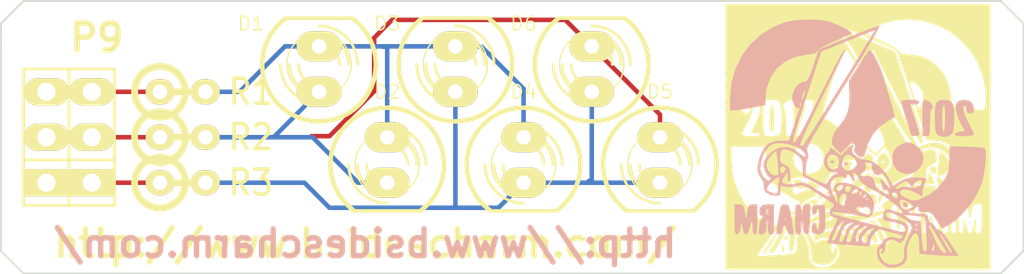
<source format=kicad_pcb>
(kicad_pcb (version 3) (host pcbnew "(2013-jul-07)-stable")

  (general
    (links 18)
    (no_connects 2)
    (area 23.2918 12.40155 97.840001 54.4484)
    (thickness 1.6)
    (drawings 13)
    (tracks 45)
    (zones 0)
    (modules 13)
    (nets 7)
  )

  (page A3)
  (layers
    (15 F.Cu signal)
    (0 B.Cu signal)
    (16 B.Adhes user hide)
    (17 F.Adhes user hide)
    (18 B.Paste user hide)
    (19 F.Paste user hide)
    (20 B.SilkS user)
    (21 F.SilkS user)
    (22 B.Mask user)
    (23 F.Mask user)
    (24 Dwgs.User user)
    (25 Cmts.User user)
    (26 Eco1.User user)
    (27 Eco2.User user)
    (28 Edge.Cuts user)
  )

  (setup
    (last_trace_width 0.254)
    (trace_clearance 0.254)
    (zone_clearance 0.508)
    (zone_45_only no)
    (trace_min 0.254)
    (segment_width 0.2)
    (edge_width 0.1)
    (via_size 0.889)
    (via_drill 0.635)
    (via_min_size 0.889)
    (via_min_drill 0.508)
    (uvia_size 0.508)
    (uvia_drill 0.127)
    (uvias_allowed no)
    (uvia_min_size 0.508)
    (uvia_min_drill 0.127)
    (pcb_text_width 0.3)
    (pcb_text_size 1.5 1.5)
    (mod_edge_width 0.15)
    (mod_text_size 1 1)
    (mod_text_width 0.15)
    (pad_size 1.6 1.397)
    (pad_drill 0.8128)
    (pad_to_mask_clearance 0)
    (aux_axis_origin 0 0)
    (visible_elements 7FFFFFFF)
    (pcbplotparams
      (layerselection 3178497)
      (usegerberextensions true)
      (excludeedgelayer true)
      (linewidth 0.150000)
      (plotframeref false)
      (viasonmask false)
      (mode 1)
      (useauxorigin false)
      (hpglpennumber 1)
      (hpglpenspeed 20)
      (hpglpendiameter 15)
      (hpglpenoverlay 2)
      (psnegative false)
      (psa4output false)
      (plotreference true)
      (plotvalue true)
      (plotothertext true)
      (plotinvisibletext false)
      (padsonsilk false)
      (subtractmaskfromsilk false)
      (outputformat 1)
      (mirror false)
      (drillshape 1)
      (scaleselection 1)
      (outputdirectory ""))
  )

  (net 0 "")
  (net 1 N-000001)
  (net 2 N-000002)
  (net 3 N-000003)
  (net 4 N-000004)
  (net 5 N-000005)
  (net 6 N-000006)

  (net_class Default "This is the default net class."
    (clearance 0.254)
    (trace_width 0.254)
    (via_dia 0.889)
    (via_drill 0.635)
    (uvia_dia 0.508)
    (uvia_drill 0.127)
    (add_net "")
    (add_net N-000001)
    (add_net N-000002)
    (add_net N-000003)
    (add_net N-000004)
    (add_net N-000005)
    (add_net N-000006)
  )

  (module LOGO (layer B.Cu) (tedit 58973A1F) (tstamp 58973A43)
    (at 88.5 35.5)
    (fp_text reference G*** (at -7.5 -14.5) (layer B.SilkS) hide
      (effects (font (size 1.524 1.524) (thickness 0.3048)) (justify mirror))
    )
    (fp_text value LOGO (at -6.5 22) (layer B.SilkS) hide
      (effects (font (size 1.524 1.524) (thickness 0.3048)) (justify mirror))
    )
    (fp_poly (pts (xy 7.18058 1.13538) (xy 7.15772 1.49098) (xy 7.112 1.88214) (xy 7.0485 2.26314)
      (xy 6.96722 2.5908) (xy 6.94436 2.667) (xy 6.67004 3.27406) (xy 6.2865 3.86334)
      (xy 5.83184 4.3942) (xy 5.33654 4.81838) (xy 5.08508 4.9784) (xy 4.74726 5.17144)
      (xy 4.43484 4.70154) (xy 4.26212 4.45008) (xy 4.13258 4.31038) (xy 3.99796 4.24688)
      (xy 3.81254 4.23164) (xy 3.7465 4.23164) (xy 3.51028 4.22148) (xy 3.41376 4.1783)
      (xy 3.41376 4.10718) (xy 3.41376 3.97256) (xy 3.38074 3.93446) (xy 3.30708 3.937)
      (xy 3.302 3.9624) (xy 3.23088 4.04622) (xy 3.1496 4.0894) (xy 3.1496 3.91922)
      (xy 2.91846 3.73634) (xy 2.67462 3.58902) (xy 2.48158 3.54838) (xy 2.36474 3.60172)
      (xy 2.35458 3.73888) (xy 2.46126 3.92684) (xy 2.6035 4.0894) (xy 2.72034 4.13258)
      (xy 2.8829 4.06908) (xy 2.94894 4.03098) (xy 3.1496 3.91922) (xy 3.1496 4.0894)
      (xy 3.05816 4.14274) (xy 3.02514 4.15798) (xy 2.88798 4.21894) (xy 2.84988 4.25704)
      (xy 2.92862 4.28244) (xy 3.14452 4.30276) (xy 3.34264 4.318) (xy 3.65252 4.3434)
      (xy 3.83286 4.37642) (xy 3.92176 4.43484) (xy 3.95478 4.5339) (xy 3.9624 4.59232)
      (xy 4.02336 4.76758) (xy 4.11226 4.826) (xy 4.23418 4.89458) (xy 4.33324 5.03682)
      (xy 4.45008 5.1943) (xy 4.572 5.24764) (xy 4.68376 5.31876) (xy 4.8641 5.5118)
      (xy 5.08762 5.81152) (xy 5.1943 5.969) (xy 5.67182 6.68782) (xy 5.28828 6.68782)
      (xy 5.28828 6.45668) (xy 5.21716 6.30936) (xy 5.20192 6.2865) (xy 4.95554 5.90804)
      (xy 4.78536 5.6515) (xy 4.67614 5.4991) (xy 4.61518 5.42798) (xy 4.59486 5.41782)
      (xy 4.6101 5.48386) (xy 4.69392 5.6515) (xy 4.7879 5.81914) (xy 4.9784 6.14426)
      (xy 5.10286 6.35) (xy 5.1816 6.46176) (xy 5.23494 6.50748) (xy 5.27812 6.51764)
      (xy 5.28828 6.45668) (xy 5.28828 6.68782) (xy 5.2197 6.68782) (xy 4.96062 6.6802)
      (xy 4.96062 6.5024) (xy 4.95046 6.4262) (xy 4.89204 6.32714) (xy 4.79298 6.16204)
      (xy 4.63804 5.90296) (xy 4.46278 5.6007) (xy 4.44246 5.56514) (xy 4.27736 5.2959)
      (xy 4.13766 5.09524) (xy 4.04876 4.99872) (xy 4.0386 4.99364) (xy 3.99288 5.04444)
      (xy 3.99796 5.05714) (xy 4.04622 5.15874) (xy 4.15036 5.3721) (xy 4.28752 5.6642)
      (xy 4.36118 5.81914) (xy 4.54406 6.18236) (xy 4.6863 6.40334) (xy 4.8006 6.50494)
      (xy 4.85394 6.51764) (xy 4.96062 6.5024) (xy 4.96062 6.6802) (xy 4.89712 6.6802)
      (xy 4.4958 6.65988) (xy 4.31038 6.64464) (xy 4.31038 6.20014) (xy 4.30022 6.05028)
      (xy 4.26974 6.05536) (xy 4.23164 6.13664) (xy 4.16052 6.33476) (xy 4.1783 6.42112)
      (xy 4.23164 6.43382) (xy 4.2926 6.36016) (xy 4.31038 6.20014) (xy 4.31038 6.64464)
      (xy 4.14782 6.63194) (xy 4.14782 5.715) (xy 4.10464 5.67182) (xy 4.064 5.715)
      (xy 4.064 5.54482) (xy 4.02082 5.50164) (xy 3.97764 5.54482) (xy 4.02082 5.588)
      (xy 4.064 5.54482) (xy 4.064 5.715) (xy 4.10464 5.75564) (xy 4.14782 5.715)
      (xy 4.14782 6.63194) (xy 4.11734 6.63194) (xy 3.8862 6.61162) (xy 3.8862 6.17728)
      (xy 3.87858 5.90296) (xy 3.85318 5.48894) (xy 3.85318 5.48132) (xy 3.82778 5.10032)
      (xy 3.80492 4.79044) (xy 3.78714 4.5847) (xy 3.77952 4.51866) (xy 3.6957 4.50342)
      (xy 3.48742 4.48056) (xy 3.19786 4.44754) (xy 3.175 4.445) (xy 2.58064 4.38404)
      (xy 2.8067 4.56184) (xy 3.04038 4.68884) (xy 3.28168 4.73964) (xy 3.53314 4.73964)
      (xy 3.5941 5.588) (xy 3.62712 5.98424) (xy 3.66268 6.24078) (xy 3.70586 6.38048)
      (xy 3.76428 6.43128) (xy 3.7846 6.43382) (xy 3.84048 6.4135) (xy 3.8735 6.3373)
      (xy 3.8862 6.17728) (xy 3.8862 6.61162) (xy 3.46964 6.5786) (xy 3.46964 6.18744)
      (xy 3.44424 5.77342) (xy 3.37566 5.51434) (xy 3.37058 5.50926) (xy 3.37058 5.21716)
      (xy 3.37058 4.96316) (xy 3.35788 4.93776) (xy 3.25628 4.9276) (xy 3.24358 4.93776)
      (xy 3.25628 4.98856) (xy 3.302 4.99364) (xy 3.37058 4.96316) (xy 3.37058 5.21716)
      (xy 3.35788 5.19176) (xy 3.25628 5.1816) (xy 3.24358 5.19176) (xy 3.25628 5.24256)
      (xy 3.302 5.24764) (xy 3.37058 5.21716) (xy 3.37058 5.50926) (xy 3.2639 5.41782)
      (xy 3.2512 5.41782) (xy 3.13436 5.49148) (xy 3.048 5.61594) (xy 3.048 5.08254)
      (xy 2.96672 4.90474) (xy 2.73558 4.70408) (xy 2.36728 4.48818) (xy 2.1844 4.40182)
      (xy 1.88722 4.2799) (xy 1.70942 4.24434) (xy 1.6256 4.29514) (xy 1.60782 4.39674)
      (xy 1.65354 4.5212) (xy 1.8161 4.59486) (xy 1.92532 4.61518) (xy 2.34696 4.71424)
      (xy 2.65938 4.84886) (xy 2.80162 4.96062) (xy 2.84988 5.08254) (xy 2.82194 5.26796)
      (xy 2.7559 5.45338) (xy 2.70764 5.56006) (xy 2.70764 5.20192) (xy 2.6289 5.04698)
      (xy 2.40538 4.90982) (xy 2.0701 4.80822) (xy 1.88214 4.77774) (xy 1.62052 4.73202)
      (xy 1.48844 4.67614) (xy 1.44272 4.5847) (xy 1.43764 4.52374) (xy 1.46558 4.24942)
      (xy 1.56464 4.10464) (xy 1.75006 4.08178) (xy 2.04724 4.17322) (xy 2.17932 4.2291)
      (xy 2.40538 4.31546) (xy 2.51206 4.31292) (xy 2.51206 4.2418) (xy 2.42062 4.11226)
      (xy 2.25552 3.94462) (xy 2.25552 3.35534) (xy 2.2352 3.27152) (xy 2.14376 3.16484)
      (xy 2.02438 3.13182) (xy 1.95072 3.19024) (xy 1.94564 3.22072) (xy 1.99644 3.35534)
      (xy 2.10312 3.46202) (xy 2.20726 3.48742) (xy 2.22504 3.47726) (xy 2.25552 3.35534)
      (xy 2.25552 3.94462) (xy 2.25298 3.94208) (xy 2.02438 3.74396) (xy 1.8415 3.60172)
      (xy 1.8415 2.90576) (xy 1.83134 2.83718) (xy 1.73736 2.6289) (xy 1.64846 2.4511)
      (xy 1.52146 2.21488) (xy 1.43002 2.10566) (xy 1.34366 2.0955) (xy 1.26238 2.13614)
      (xy 1.12268 2.19202) (xy 1.00838 2.13614) (xy 0.92202 2.03962) (xy 0.81026 1.83134)
      (xy 0.80772 1.68148) (xy 0.8128 1.55194) (xy 0.77216 1.524) (xy 0.62738 1.49352)
      (xy 0.54102 1.46558) (xy 0.43688 1.45034) (xy 0.44704 1.5494) (xy 0.45212 1.5621)
      (xy 0.47752 1.77038) (xy 0.42164 1.94564) (xy 0.30226 2.02946) (xy 0.28956 2.032)
      (xy 0.18034 2.09804) (xy 0.16764 2.15138) (xy 0.21336 2.23012) (xy 0.37338 2.23774)
      (xy 0.4572 2.22758) (xy 0.6731 2.21742) (xy 0.81026 2.29616) (xy 0.88392 2.39522)
      (xy 0.9779 2.5908) (xy 0.99822 2.74066) (xy 1.05664 2.8702) (xy 1.2573 3.02768)
      (xy 1.35382 3.08356) (xy 1.6002 3.21818) (xy 1.72974 3.27914) (xy 1.77546 3.26898)
      (xy 1.77038 3.19786) (xy 1.76022 3.15214) (xy 1.6637 3.03022) (xy 1.56464 3.00482)
      (xy 1.4224 2.94386) (xy 1.397 2.83464) (xy 1.36144 2.63652) (xy 1.32334 2.55524)
      (xy 1.26492 2.42824) (xy 1.30302 2.41046) (xy 1.41732 2.48666) (xy 1.58242 2.64922)
      (xy 1.59512 2.667) (xy 1.76276 2.84734) (xy 1.8415 2.90576) (xy 1.8415 3.60172)
      (xy 1.75006 3.53314) (xy 1.44526 3.32486) (xy 1.12522 3.13182) (xy 0.97028 3.05054)
      (xy 0.60706 2.86004) (xy 0.36322 2.70256) (xy 0.2032 2.55524) (xy 0.09144 2.38506)
      (xy 0.07874 2.35966) (xy -0.02032 2.19202) (xy -0.02032 1.4859) (xy -0.11938 1.31318)
      (xy -0.1778 1.23698) (xy -0.38608 1.05918) (xy -0.58674 1.03632) (xy -0.74676 1.15316)
      (xy -0.8382 1.39954) (xy -0.84836 1.54178) (xy -0.78486 1.78816) (xy -0.62738 1.92024)
      (xy -0.41402 1.92532) (xy -0.18542 1.7907) (xy -0.17018 1.778) (xy -0.0381 1.61798)
      (xy -0.02032 1.4859) (xy -0.02032 2.19202) (xy -0.04064 2.159) (xy -0.14478 2.04216)
      (xy -0.17272 2.032) (xy -0.23876 2.0447) (xy -0.24384 2.11836) (xy -0.18034 2.2987)
      (xy -0.17272 2.32156) (xy -0.13208 2.49428) (xy -0.17526 2.54) (xy -0.26416 2.46888)
      (xy -0.34036 2.32664) (xy -0.43434 2.16662) (xy -0.53086 2.11836) (xy -0.58928 2.19456)
      (xy -0.59436 2.24282) (xy -0.64008 2.35458) (xy -0.67818 2.36982) (xy -0.762 2.31648)
      (xy -0.762 2.30124) (xy -0.83566 2.26568) (xy -1.01854 2.26568) (xy -1.0287 2.26568)
      (xy -1.0287 1.33858) (xy -1.1049 1.14046) (xy -1.14046 1.10236) (xy -1.31826 1.03378)
      (xy -1.45796 1.0287) (xy -1.60274 1.0922) (xy -1.66878 1.25476) (xy -1.67894 1.33858)
      (xy -1.65354 1.60782) (xy -1.53924 1.79324) (xy -1.36906 1.86944) (xy -1.17856 1.80848)
      (xy -1.1176 1.76022) (xy -1.03378 1.5748) (xy -1.0287 1.33858) (xy -1.0287 2.26568)
      (xy -1.06172 2.26822) (xy -1.3335 2.3622) (xy -1.47574 2.56032) (xy -1.48844 2.8575)
      (xy -1.3716 3.24866) (xy -1.26492 3.46964) (xy -1.10998 3.76682) (xy -1.1049 3.5179)
      (xy -1.14808 3.28422) (xy -1.23952 3.11912) (xy -1.33096 2.92862) (xy -1.26238 2.75336)
      (xy -1.04394 2.61874) (xy -0.77978 2.5908) (xy -0.43434 2.65684) (xy -0.05588 2.79654)
      (xy 0.31242 2.98704) (xy 0.6223 3.21056) (xy 0.79502 3.40106) (xy 0.90424 3.6449)
      (xy 0.93472 3.92176) (xy 0.89662 4.18592) (xy 0.80264 4.40182) (xy 0.73406 4.46278)
      (xy 0.73406 4.26212) (xy 0.72136 4.11734) (xy 0.61722 3.99542) (xy 0.59182 3.98526)
      (xy 0.59182 3.51282) (xy 0.54864 3.46964) (xy 0.508 3.51282) (xy 0.54864 3.556)
      (xy 0.59182 3.51282) (xy 0.59182 3.98526) (xy 0.48006 3.94208) (xy 0.45974 3.94716)
      (xy 0.45974 3.2512) (xy 0.42164 3.25882) (xy 0.34036 3.36804) (xy 0.33782 3.3909)
      (xy 0.36576 3.4671) (xy 0.42672 3.40106) (xy 0.45466 3.33756) (xy 0.45974 3.2512)
      (xy 0.45974 3.94716) (xy 0.39116 3.9751) (xy 0.26162 4.00558) (xy 0.254 4.0005)
      (xy 0.254 3.175) (xy 0.23368 3.0607) (xy 0.21844 3.048) (xy 0.1651 3.11404)
      (xy 0.13716 3.175) (xy 0.13462 3.28168) (xy 0.17018 3.302) (xy 0.24384 3.23088)
      (xy 0.254 3.175) (xy 0.254 4.0005) (xy 0.19812 3.97002) (xy 0.06096 3.92176)
      (xy 0.03048 3.937) (xy 0.03048 3.08864) (xy 0.01778 2.97942) (xy -0.03556 2.96164)
      (xy -0.18288 3.0226) (xy -0.254 3.08864) (xy -0.30988 3.1877) (xy -0.22098 3.21564)
      (xy -0.1905 3.21564) (xy -0.02794 3.15976) (xy 0.03048 3.08864) (xy 0.03048 3.937)
      (xy -0.04826 3.97764) (xy -0.0635 4.08686) (xy 0.0254 4.1656) (xy 0.21336 4.26212)
      (xy 0.42926 4.34848) (xy 0.61214 4.3942) (xy 0.61468 4.3942) (xy 0.6985 4.33324)
      (xy 0.73406 4.26212) (xy 0.73406 4.46278) (xy 0.66294 4.52628) (xy 0.51562 4.53136)
      (xy 0.3048 4.47802) (xy 0.00762 4.41706) (xy -0.34036 4.3561) (xy -0.3556 4.35356)
      (xy -0.3556 2.93878) (xy -0.38608 2.8194) (xy -0.50292 2.794) (xy -0.6477 2.84734)
      (xy -0.67818 2.96926) (xy -0.62484 3.09372) (xy -0.51054 3.11404) (xy -0.39624 3.0353)
      (xy -0.3556 2.93878) (xy -0.3556 4.35356) (xy -0.42418 4.3434) (xy -0.42418 4.191)
      (xy -0.46736 4.14782) (xy -0.508 4.191) (xy -0.46736 4.23164) (xy -0.42418 4.191)
      (xy -0.42418 4.3434) (xy -0.61214 4.31292) (xy -0.61214 3.28168) (xy -0.6731 3.22072)
      (xy -0.74422 3.21564) (xy -0.81534 3.24612) (xy -0.81534 2.74066) (xy -0.91186 2.71526)
      (xy -1.05156 2.75844) (xy -1.17094 2.86004) (xy -1.16586 2.97942) (xy -1.05156 3.04546)
      (xy -1.02616 3.048) (xy -0.87884 2.97434) (xy -0.82296 2.87782) (xy -0.81534 2.74066)
      (xy -0.81534 3.24612) (xy -0.89408 3.28422) (xy -0.99568 3.44424) (xy -1.02616 3.63474)
      (xy -0.97536 3.79222) (xy -0.91186 3.83794) (xy -0.75946 3.88112) (xy -0.70866 3.83286)
      (xy -0.70358 3.78714) (xy -0.68072 3.6322) (xy -0.63754 3.44932) (xy -0.61214 3.28168)
      (xy -0.61214 4.31292) (xy -0.69342 4.30276) (xy -1.01346 4.25958) (xy -1.10236 4.24942)
      (xy -1.10236 4.02082) (xy -1.143 3.97764) (xy -1.18618 4.02082) (xy -1.143 4.064)
      (xy -1.10236 4.02082) (xy -1.10236 4.24942) (xy -1.25984 4.23418) (xy -1.39192 4.23418)
      (xy -1.40462 4.2418) (xy -1.41986 4.27482) (xy -1.40462 4.30784) (xy -1.33858 4.34594)
      (xy -1.20396 4.3942) (xy -0.9779 4.46024) (xy -0.64262 4.55168) (xy -0.18034 4.67106)
      (xy 0.254 4.78282) (xy 0.77216 4.91744) (xy 1.26238 5.0419) (xy 1.68656 5.15366)
      (xy 2.01422 5.24002) (xy 2.19964 5.28828) (xy 2.48158 5.35432) (xy 2.63906 5.34924)
      (xy 2.70256 5.2705) (xy 2.70764 5.20192) (xy 2.70764 5.56006) (xy 2.61112 5.7785)
      (xy 2.47142 5.9436) (xy 2.3241 5.96138) (xy 2.1971 5.8801) (xy 1.97866 5.77088)
      (xy 1.76784 5.80136) (xy 1.6129 5.94614) (xy 1.56464 6.13918) (xy 1.53416 6.39064)
      (xy 1.45542 6.5405) (xy 1.3462 6.55574) (xy 1.33858 6.55066) (xy 1.31064 6.47446)
      (xy 1.36398 6.4262) (xy 1.43002 6.33476) (xy 1.41224 6.29666) (xy 1.31064 6.28904)
      (xy 1.25476 6.32968) (xy 1.21412 6.47446) (xy 1.26746 6.68782) (xy 1.38938 6.90626)
      (xy 1.55448 7.07136) (xy 1.83896 7.18058) (xy 2.16408 7.17296) (xy 2.44348 7.05866)
      (xy 2.57048 6.9342) (xy 2.61366 6.7691) (xy 2.60604 6.57352) (xy 2.6162 6.27888)
      (xy 2.71018 5.95884) (xy 2.80924 5.73532) (xy 2.9337 5.45338) (xy 3.02006 5.21208)
      (xy 3.048 5.08254) (xy 3.048 5.61594) (xy 3.00482 5.67944) (xy 2.8829 5.92836)
      (xy 2.794 6.18744) (xy 2.76352 6.40842) (xy 2.7686 6.45414) (xy 2.7813 6.71576)
      (xy 2.75844 6.8961) (xy 2.62382 7.11454) (xy 2.37998 7.26948) (xy 2.07264 7.35076)
      (xy 1.75768 7.33806) (xy 1.56464 7.26694) (xy 1.37922 7.12724) (xy 1.24968 6.99262)
      (xy 1.15062 6.79704) (xy 1.1049 6.55066) (xy 1.11506 6.31698) (xy 1.1811 6.15696)
      (xy 1.22428 6.12648) (xy 1.35382 6.01218) (xy 1.39446 5.92582) (xy 1.53162 5.75056)
      (xy 1.76276 5.64896) (xy 2.02692 5.64388) (xy 2.1463 5.68198) (xy 2.34188 5.7404)
      (xy 2.4638 5.69468) (xy 2.47142 5.68706) (xy 2.5273 5.6261) (xy 2.5273 5.57784)
      (xy 2.44856 5.53212) (xy 2.26568 5.4737) (xy 1.94818 5.38988) (xy 1.85166 5.36448)
      (xy 1.2065 5.19684) (xy 0.99568 5.37718) (xy 0.9144 5.48132) (xy 0.9144 5.13334)
      (xy 0.81026 5.15366) (xy 0.59944 5.27304) (xy 0.56642 5.2959) (xy 0.54102 5.31876)
      (xy 0.54102 5.02666) (xy 0.52578 5.01396) (xy 0.40132 5.03936) (xy 0.2159 5.1435)
      (xy 0.17272 5.17398) (xy 0.12954 5.21462) (xy 0.12954 4.9403) (xy 0.01016 4.95554)
      (xy -0.16002 5.0292) (xy -0.22098 5.08) (xy -0.22098 4.85648) (xy -0.2413 4.82854)
      (xy -0.37338 4.8514) (xy -0.53594 4.90474) (xy -0.69596 5.0292) (xy -0.69596 4.75996)
      (xy -0.72136 4.74472) (xy -0.88138 4.79298) (xy -1.03632 4.96062) (xy -1.2065 5.2705)
      (xy -1.23444 5.32892) (xy -1.3589 5.6007) (xy -1.41986 5.7531) (xy -1.4224 5.82168)
      (xy -1.37414 5.83946) (xy -1.33096 5.842) (xy -1.24714 5.7658) (xy -1.143 5.5753)
      (xy -1.06172 5.36956) (xy -0.9525 5.10286) (xy -0.8382 4.89966) (xy -0.76962 4.82346)
      (xy -0.69596 4.75996) (xy -0.69596 5.0292) (xy -0.71374 5.04444) (xy -0.86106 5.32892)
      (xy -0.88138 5.3848) (xy -0.97282 5.67182) (xy -1.00838 5.83438) (xy -0.98552 5.90804)
      (xy -0.90932 5.92582) (xy -0.9017 5.92582) (xy -0.81534 5.84962) (xy -0.71882 5.64388)
      (xy -0.67056 5.48386) (xy -0.55626 5.16636) (xy -0.41402 4.98094) (xy -0.34036 4.93522)
      (xy -0.22098 4.85648) (xy -0.22098 5.08) (xy -0.3937 5.2324) (xy -0.50546 5.48132)
      (xy -0.5715 5.7404) (xy -0.58166 5.87502) (xy -0.5334 5.9182) (xy -0.4445 5.91058)
      (xy -0.32766 5.8166) (xy -0.27178 5.58292) (xy -0.27178 5.57276) (xy -0.19812 5.29336)
      (xy -0.03048 5.12064) (xy 0.11938 4.99872) (xy 0.12954 4.9403) (xy 0.12954 5.21462)
      (xy -0.01778 5.36194) (xy -0.08382 5.58038) (xy -0.08636 5.64388) (xy -0.0635 5.83438)
      (xy -0.01016 5.92328) (xy 0 5.92582) (xy 0.05842 5.85216) (xy 0.08382 5.6769)
      (xy 0.13716 5.45338) (xy 0.3175 5.26288) (xy 0.35306 5.23748) (xy 0.49784 5.11048)
      (xy 0.54102 5.02666) (xy 0.54102 5.31876) (xy 0.36576 5.48132) (xy 0.25654 5.67944)
      (xy 0.254 5.85216) (xy 0.35814 5.94868) (xy 0.51816 5.95122) (xy 0.57658 5.8293)
      (xy 0.56388 5.74294) (xy 0.5969 5.55244) (xy 0.74168 5.37464) (xy 0.89662 5.20954)
      (xy 0.9144 5.13334) (xy 0.9144 5.48132) (xy 0.83312 5.588) (xy 0.73152 5.84962)
      (xy 0.72898 5.85978) (xy 0.6731 6.1595) (xy 0.1016 6.12394) (xy -0.59182 6.07822)
      (xy -1.1176 6.03758) (xy -1.47574 6.00202) (xy -1.6637 5.97154) (xy -1.69418 5.95376)
      (xy -1.66116 5.86486) (xy -1.57226 5.65912) (xy -1.4478 5.37718) (xy -1.39954 5.27304)
      (xy -1.26238 4.9784) (xy -1.16078 4.74726) (xy -1.1049 4.6228) (xy -1.10236 4.6101)
      (xy -1.17348 4.57708) (xy -1.30302 4.53898) (xy -1.50876 4.42976) (xy -1.56972 4.26466)
      (xy -1.48082 4.08432) (xy -1.44018 4.04368) (xy -1.3208 3.91668) (xy -1.30302 3.82778)
      (xy -1.38684 3.75666) (xy -1.53924 3.64998) (xy -1.53924 3.35026) (xy -1.55194 3.26644)
      (xy -1.55956 3.2512) (xy -1.60274 3.0988) (xy -1.61036 3.05308) (xy -1.67894 2.98958)
      (xy -1.86944 2.8702) (xy -2.14376 2.71526) (xy -2.32918 2.6162) (xy -3.048 2.24282)
      (xy -3.048 1.7907) (xy -3.06324 1.50368) (xy -3.12166 1.31572) (xy -3.2512 1.15062)
      (xy -3.31216 1.0922) (xy -3.57632 0.89662) (xy -3.85064 0.7747) (xy -4.0894 0.74168)
      (xy -4.21386 0.78232) (xy -4.28244 0.91694) (xy -4.318 1.13792) (xy -4.318 1.17348)
      (xy -4.2926 1.397) (xy -4.18592 1.52908) (xy -4.04114 1.60782) (xy -3.8735 1.70434)
      (xy -3.78714 1.83134) (xy -3.74904 2.04978) (xy -3.74396 2.13614) (xy -3.74396 2.39014)
      (xy -3.78206 2.52476) (xy -3.80746 2.54) (xy -3.86842 2.4638) (xy -3.89636 2.28346)
      (xy -3.89636 2.26314) (xy -3.8989 1.98882) (xy -4.00558 2.15392) (xy -4.00558 1.84912)
      (xy -4.01828 1.78562) (xy -4.1402 1.69672) (xy -4.2672 1.7272) (xy -4.318 1.84658)
      (xy -4.29006 2.00914) (xy -4.25958 2.05994) (xy -4.1656 2.06502) (xy -4.064 1.97358)
      (xy -4.00558 1.84912) (xy -4.00558 2.15392) (xy -4.07924 2.27076) (xy -4.18846 2.4638)
      (xy -4.20116 2.57048) (xy -4.14274 2.6289) (xy -3.91414 2.69748) (xy -3.60426 2.6924)
      (xy -3.27914 2.61874) (xy -3.26644 2.61366) (xy -3.13436 2.5781) (xy -3.00482 2.58318)
      (xy -2.8448 2.64414) (xy -2.61112 2.77368) (xy -2.32918 2.94894) (xy -1.9685 3.17246)
      (xy -1.72974 3.30962) (xy -1.59258 3.3655) (xy -1.53924 3.35026) (xy -1.53924 3.64998)
      (xy -1.5875 3.61696) (xy -1.86944 3.43154) (xy -2.19456 3.2258) (xy -2.55778 2.99974)
      (xy -2.81178 2.85242) (xy -2.98958 2.77368) (xy -3.12166 2.74574) (xy -3.24358 2.76098)
      (xy -3.34518 2.79146) (xy -3.65506 2.84734) (xy -3.9751 2.83718) (xy -4.30276 2.7813)
      (xy -4.29006 3.0607) (xy -4.2926 3.24612) (xy -4.35102 3.3147) (xy -4.35102 2.32156)
      (xy -4.41198 2.2987) (xy -4.41198 2.032) (xy -4.41198 1.92532) (xy -4.42722 1.67132)
      (xy -4.46024 1.35382) (xy -4.47548 1.22682) (xy -4.5339 0.80264) (xy -4.80822 1.07188)
      (xy -5.0165 1.33858) (xy -5.08 1.6002) (xy -5.0165 1.8669) (xy -4.85394 2.0828)
      (xy -4.6355 2.19456) (xy -4.572 2.19964) (xy -4.45516 2.16662) (xy -4.41198 2.032)
      (xy -4.41198 2.2987) (xy -4.42468 2.29616) (xy -4.5847 2.39522) (xy -4.7879 2.5781)
      (xy -4.98856 2.794) (xy -5.06476 2.9337) (xy -5.02412 3.03022) (xy -4.8895 3.1115)
      (xy -4.63296 3.20802) (xy -4.48564 3.18262) (xy -4.42976 3.03276) (xy -4.42976 2.94132)
      (xy -4.41706 2.68224) (xy -4.37388 2.4765) (xy -4.35102 2.32156) (xy -4.35102 3.3147)
      (xy -4.3561 3.32232) (xy -4.52628 3.33502) (xy -4.5974 3.33248) (xy -4.91236 3.26898)
      (xy -5.13334 3.11912) (xy -5.22732 2.90576) (xy -5.22224 2.79654) (xy -5.25526 2.54508)
      (xy -5.3848 2.34442) (xy -5.53974 2.07518) (xy -5.58038 1.75006) (xy -5.50926 1.34366)
      (xy -5.4102 1.0541) (xy -5.21208 0.65532) (xy -4.94792 0.40386) (xy -4.59232 0.27686)
      (xy -4.26212 0.254) (xy -3.82524 0.254) (xy -3.55092 -0.5715) (xy -3.43154 -0.93218)
      (xy -3.32994 -1.23698) (xy -3.25882 -1.4478) (xy -3.23342 -1.51892) (xy -3.23596 -1.59512)
      (xy -3.28422 -1.57988) (xy -3.39344 -1.59766) (xy -3.51028 -1.71196) (xy -3.62712 -2.00406)
      (xy -3.62204 -2.3241) (xy -3.51282 -2.6289) (xy -3.31978 -2.87782) (xy -3.06324 -3.02514)
      (xy -2.90322 -3.048) (xy -2.82194 -3.08356) (xy -2.73558 -3.19786) (xy -2.63652 -3.42138)
      (xy -2.50952 -3.77444) (xy -2.45364 -3.94462) (xy -2.159 -4.8387) (xy -0.51816 -5.51434)
      (xy -0.02032 -5.715) (xy 0.42418 -5.89026) (xy 0.79756 -6.02996) (xy 1.06934 -6.12394)
      (xy 1.2192 -6.16458) (xy 1.23444 -6.16458) (xy 1.21666 -6.08838) (xy 1.11252 -5.87756)
      (xy 0.97028 -5.62356) (xy 0.97028 -5.91058) (xy 0.889 -5.89026) (xy 0.67564 -5.81152)
      (xy 0.3556 -5.68706) (xy -0.04826 -5.52704) (xy -0.508 -5.33908) (xy -0.5334 -5.32892)
      (xy -2.01676 -4.71932) (xy -2.78384 -2.3749) (xy -2.794 -2.34442) (xy -2.794 -2.83718)
      (xy -2.83718 -2.88036) (xy -2.88036 -2.83718) (xy -2.83718 -2.794) (xy -2.794 -2.83718)
      (xy -2.794 -2.34442) (xy -2.89306 -2.04216) (xy -2.89306 -2.56794) (xy -2.89306 -2.58318)
      (xy -2.92354 -2.57556) (xy -2.99466 -2.44602) (xy -3.0099 -2.413) (xy -3.09118 -2.19964)
      (xy -3.1242 -2.03454) (xy -3.1242 -2.032) (xy -3.09626 -2.0193) (xy -3.03276 -2.13614)
      (xy -3.00736 -2.20218) (xy -2.93116 -2.41808) (xy -2.89306 -2.56794) (xy -2.89306 -2.04216)
      (xy -2.98196 -1.76784) (xy -3.15214 -1.23952) (xy -3.15214 -1.82372) (xy -3.1623 -1.83642)
      (xy -3.2131 -1.82372) (xy -3.21818 -1.778) (xy -3.1877 -1.70942) (xy -3.1623 -1.72212)
      (xy -3.15214 -1.82372) (xy -3.15214 -1.23952) (xy -3.1623 -1.2065) (xy -3.31978 -0.7112)
      (xy -3.44424 -0.3048) (xy -3.53314 -0.0127) (xy -3.57378 0.14986) (xy -3.57632 0.1651)
      (xy -3.5814 0.31496) (xy -3.55092 0.3683) (xy -3.47726 0.31496) (xy -3.35788 0.14732)
      (xy -3.18516 -0.1397) (xy -2.9591 -0.55372) (xy -2.67208 -1.1049) (xy -2.32156 -1.79578)
      (xy -2.11836 -2.20218) (xy -1.7399 -2.9591) (xy -1.42748 -3.57124) (xy -1.17856 -4.0513)
      (xy -0.98552 -4.4069) (xy -0.84582 -4.65074) (xy -0.75184 -4.7879) (xy -0.6985 -4.83362)
      (xy -0.67818 -4.79298) (xy -0.67818 -4.78536) (xy -0.71628 -4.70154) (xy -0.81788 -4.48564)
      (xy -0.98044 -4.15036) (xy -1.1938 -3.7211) (xy -1.4478 -3.20802) (xy -1.73482 -2.63144)
      (xy -1.98882 -2.12344) (xy -2.3749 -1.34112) (xy -2.6924 -0.68834) (xy -2.9337 -0.17272)
      (xy -3.0988 0.20574) (xy -3.1877 0.44196) (xy -3.19532 0.53086) (xy -3.05308 0.52832)
      (xy -3.02514 0.508) (xy -2.96672 0.42672) (xy -2.82956 0.2159) (xy -2.62128 -0.10922)
      (xy -2.35204 -0.53594) (xy -2.032 -1.04394) (xy -1.66878 -1.62306) (xy -1.27254 -2.25552)
      (xy -0.98298 -2.7178) (xy -0.5715 -3.3782) (xy -0.1905 -3.99288) (xy 0.14986 -4.5466)
      (xy 0.4445 -5.02666) (xy 0.68326 -5.41782) (xy 0.85344 -5.70484) (xy 0.9525 -5.87248)
      (xy 0.97028 -5.91058) (xy 0.97028 -5.62356) (xy 0.92456 -5.53974) (xy 0.65786 -5.08)
      (xy 0.3175 -4.51104) (xy -0.09398 -3.8354) (xy -0.5715 -3.0607) (xy -0.76962 -2.7432)
      (xy -1.25984 -1.95326) (xy -1.66878 -1.2954) (xy -1.99898 -0.75692) (xy -2.26314 -0.32258)
      (xy -2.46634 0.02032) (xy -2.61366 0.28448) (xy -2.71526 0.4826) (xy -2.77622 0.62484)
      (xy -2.80416 0.72898) (xy -2.8067 0.80518) (xy -2.78892 0.86614) (xy -2.7813 0.88392)
      (xy -2.72034 1.0922) (xy -2.77114 1.25984) (xy -2.77876 1.27508) (xy -2.84226 1.4605)
      (xy -2.87274 1.68402) (xy -2.87274 1.09474) (xy -2.9337 0.94742) (xy -3.13436 0.75438)
      (xy -3.44932 0.58166) (xy -3.82524 0.45466) (xy -4.2037 0.3937) (xy -4.31292 0.39116)
      (xy -4.60248 0.41148) (xy -4.79298 0.47244) (xy -4.953 0.59944) (xy -5.00888 0.66294)
      (xy -5.24764 1.0414) (xy -5.38988 1.50622) (xy -5.42036 1.83642) (xy -5.37464 2.04724)
      (xy -5.26034 2.25044) (xy -5.11048 2.40538) (xy -4.9657 2.47396) (xy -4.87172 2.44094)
      (xy -4.8387 2.34442) (xy -4.89204 2.30886) (xy -5.02412 2.18948) (xy -5.14858 1.9685)
      (xy -5.2324 1.71196) (xy -5.25018 1.55956) (xy -5.17906 1.32842) (xy -4.99364 1.07696)
      (xy -4.7371 0.84582) (xy -4.45516 0.68072) (xy -4.29514 0.63246) (xy -3.92176 0.60706)
      (xy -3.59918 0.70104) (xy -3.26898 0.93472) (xy -3.25882 0.94234) (xy -3.05562 1.09474)
      (xy -2.91846 1.14554) (xy -2.87274 1.09474) (xy -2.87274 1.68402) (xy -2.87782 1.72212)
      (xy -2.88036 1.80086) (xy -2.88036 2.16408) (xy -2.31902 2.44094) (xy -2.0193 2.58318)
      (xy -1.83388 2.65176) (xy -1.71958 2.64668) (xy -1.64084 2.56286) (xy -1.5748 2.43586)
      (xy -1.42494 2.25044) (xy -1.27 2.13868) (xy -1.05918 2.032) (xy -1.33096 2.032)
      (xy -1.58242 1.95834) (xy -1.7653 1.77038) (xy -1.86182 1.51892) (xy -1.85674 1.24968)
      (xy -1.73228 1.01092) (xy -1.69672 0.97536) (xy -1.57734 0.84582) (xy -1.53924 0.77216)
      (xy -1.52908 0.66294) (xy -1.4478 0.66548) (xy -1.27508 0.78486) (xy -1.21666 0.83312)
      (xy -0.90932 1.08712) (xy -0.61214 0.75692) (xy -0.42672 0.57658) (xy -0.28448 0.48514)
      (xy -0.21082 0.49022) (xy -0.23114 0.5969) (xy -0.27432 0.67564) (xy -0.29464 0.84582)
      (xy -0.18542 1.02362) (xy 0.01778 1.1811) (xy 0.2794 1.2827) (xy 0.43942 1.30556)
      (xy 0.82804 1.40462) (xy 1.20904 1.651) (xy 1.55194 2.02184) (xy 1.73228 2.30378)
      (xy 2.00152 2.79146) (xy 2.286 2.58064) (xy 2.69494 2.36728) (xy 3.16484 2.29616)
      (xy 3.50774 2.32156) (xy 3.88112 2.37744) (xy 3.7592 2.667) (xy 3.67792 2.92354)
      (xy 3.63982 3.15214) (xy 3.63982 3.16484) (xy 3.63982 3.37312) (xy 3.6322 3.36804)
      (xy 3.6322 2.52476) (xy 3.57632 2.45618) (xy 3.44678 2.46888) (xy 3.28676 2.5654)
      (xy 3.20802 2.64414) (xy 3.048 2.83464) (xy 2.89052 2.65176) (xy 2.77622 2.53238)
      (xy 2.6797 2.5146) (xy 2.52476 2.59334) (xy 2.4765 2.62382) (xy 2.286 2.7559)
      (xy 2.16408 2.8702) (xy 2.13106 2.94386) (xy 2.20726 2.94386) (xy 2.2352 2.9337)
      (xy 2.44348 2.86512) (xy 2.57048 2.82956) (xy 2.794 2.82448) (xy 2.96926 2.86512)
      (xy 3.24358 2.88544) (xy 3.48996 2.76606) (xy 3.57378 2.67208) (xy 3.6322 2.52476)
      (xy 3.6322 3.36804) (xy 3.26136 3.1623) (xy 2.94894 3.02768) (xy 2.67716 2.98196)
      (xy 2.4765 3.0226) (xy 2.3876 3.14198) (xy 2.44602 3.27914) (xy 2.67462 3.43154)
      (xy 2.73304 3.46202) (xy 2.9591 3.56362) (xy 3.1242 3.59918) (xy 3.30962 3.57124)
      (xy 3.54076 3.50012) (xy 4.064 3.24866) (xy 4.52882 2.8575) (xy 4.8895 2.38252)
      (xy 5.01142 2.15138) (xy 5.08508 1.92278) (xy 5.12318 1.64084) (xy 5.13842 1.28016)
      (xy 5.1562 0.5715) (xy 6.11124 0.58674) (xy 6.604 0.60452) (xy 6.94182 0.63754)
      (xy 7.11454 0.6858) (xy 7.13486 0.70104) (xy 7.17296 0.85852) (xy 7.18058 1.13538)
      (xy 7.18058 1.13538)) (layer B.SilkS) (width 0.00254))
    (fp_poly (pts (xy -5.588 4.65582) (xy -5.59308 5.04952) (xy -5.60832 5.30352) (xy -5.6388 5.44322)
      (xy -5.6896 5.4991) (xy -5.715 5.50164) (xy -5.79628 5.45592) (xy -5.83692 5.30098)
      (xy -5.84962 5.05714) (xy -5.86232 4.82854) (xy -5.8928 4.75996) (xy -5.9436 4.85648)
      (xy -6.01472 5.1181) (xy -6.05028 5.2705) (xy -6.12902 5.461) (xy -6.23316 5.4991)
      (xy -6.33476 5.38988) (xy -6.41096 5.14858) (xy -6.41096 5.1435) (xy -6.47446 4.78282)
      (xy -6.51764 5.12064) (xy -6.58368 5.37718) (xy -6.70052 5.48386) (xy -6.71068 5.4864)
      (xy -6.77926 5.48386) (xy -6.82244 5.42544) (xy -6.8453 5.28066) (xy -6.858 5.02412)
      (xy -6.858 4.6609) (xy -6.858 3.81) (xy -6.61416 3.81) (xy -6.4643 3.82524)
      (xy -6.3754 3.90144) (xy -6.31698 4.07924) (xy -6.28904 4.21132) (xy -6.2103 4.61264)
      (xy -6.14426 4.21132) (xy -6.096 3.96748) (xy -6.02996 3.85064) (xy -5.9182 3.81254)
      (xy -5.83438 3.81) (xy -5.588 3.81) (xy -5.588 4.65582) (xy -5.588 4.65582)) (layer B.SilkS) (width 0.00254))
    (fp_poly (pts (xy -4.65836 4.65582) (xy -4.6609 5.0419) (xy -4.67106 5.28828) (xy -4.69646 5.42544)
      (xy -4.74472 5.4864) (xy -4.81838 5.50164) (xy -4.826 5.50164) (xy -4.9276 5.47878)
      (xy -4.98094 5.3848) (xy -5.00634 5.17652) (xy -5.00888 5.05714) (xy -5.00888 4.1656)
      (xy -5.02412 4.08432) (xy -5.04698 4.05638) (xy -5.05968 4.17576) (xy -5.06222 4.23164)
      (xy -5.05206 4.38658) (xy -5.03174 4.40436) (xy -5.02412 4.3815) (xy -5.00888 4.1656)
      (xy -5.00888 5.05714) (xy -5.02412 4.61264) (xy -5.07238 5.03682) (xy -5.11556 5.29336)
      (xy -5.17652 5.42798) (xy -5.28574 5.48132) (xy -5.32638 5.48894) (xy -5.44322 5.49402)
      (xy -5.49656 5.44576) (xy -5.50418 5.29844) (xy -5.4864 5.07746) (xy -5.44068 4.8133)
      (xy -5.36956 4.62026) (xy -5.32638 4.56184) (xy -5.26542 4.50088) (xy -5.3086 4.48818)
      (xy -5.41782 4.41452) (xy -5.47116 4.24434) (xy -5.4483 4.04622) (xy -5.4229 3.98018)
      (xy -5.30098 3.85826) (xy -5.08508 3.81) (xy -4.99364 3.81) (xy -4.65836 3.81)
      (xy -4.65836 4.65582) (xy -4.65836 4.65582)) (layer B.SilkS) (width 0.00254))
    (fp_poly (pts (xy -3.5687 5.36194) (xy -3.57632 5.46354) (xy -3.62204 5.4991) (xy -3.70332 5.50164)
      (xy -3.7211 5.50164) (xy -3.86334 5.43306) (xy -3.937 5.24764) (xy -3.99796 5.07746)
      (xy -3.99796 4.6101) (xy -4.00812 4.59994) (xy -4.05892 4.6101) (xy -4.064 4.65582)
      (xy -4.03352 4.7244) (xy -4.00812 4.7117) (xy -3.99796 4.6101) (xy -3.99796 5.07746)
      (xy -4.00812 5.04952) (xy -4.08686 5.00634) (xy -4.14782 5.12572) (xy -4.1656 5.22732)
      (xy -4.23164 5.39496) (xy -4.35102 5.49148) (xy -4.47294 5.4864) (xy -4.51104 5.44322)
      (xy -4.51358 5.334) (xy -4.49072 5.10032) (xy -4.44754 4.78028) (xy -4.41706 4.59232)
      (xy -4.35102 4.22656) (xy -4.30022 3.99796) (xy -4.24688 3.8735) (xy -4.17576 3.82016)
      (xy -4.07416 3.81) (xy -4.05384 3.81) (xy -3.94716 3.81254) (xy -3.87096 3.84556)
      (xy -3.81508 3.93446) (xy -3.76682 4.10464) (xy -3.71348 4.38658) (xy -3.64744 4.80822)
      (xy -3.6449 4.826) (xy -3.59156 5.15874) (xy -3.5687 5.36194) (xy -3.5687 5.36194)) (layer B.SilkS) (width 0.00254))
    (fp_poly (pts (xy -2.61874 3.81) (xy -2.64414 4.6355) (xy -2.65684 5.01396) (xy -2.67716 5.25526)
      (xy -2.71018 5.38988) (xy -2.76098 5.4483) (xy -2.83718 5.461) (xy -2.94386 5.43052)
      (xy -3.00736 5.31622) (xy -3.05308 5.08) (xy -3.05816 5.03682) (xy -3.10642 4.61264)
      (xy -3.12166 5.05714) (xy -3.1369 5.31876) (xy -3.17754 5.45338) (xy -3.25882 5.4991)
      (xy -3.302 5.50164) (xy -3.38074 5.49148) (xy -3.429 5.4356) (xy -3.45694 5.30606)
      (xy -3.46964 5.06984) (xy -3.47218 4.70154) (xy -3.47218 4.65582) (xy -3.46964 4.26974)
      (xy -3.45948 4.02336) (xy -3.43154 3.88366) (xy -3.38582 3.8227) (xy -3.31216 3.81)
      (xy -3.30708 3.81) (xy -3.19786 3.84302) (xy -3.1369 3.97256) (xy -3.1115 4.16814)
      (xy -3.07848 4.52882) (xy -3.06324 4.16814) (xy -3.04292 3.94208) (xy -2.98958 3.83794)
      (xy -2.8702 3.81) (xy -2.83464 3.81) (xy -2.61874 3.81) (xy -2.61874 3.81)) (layer B.SilkS) (width 0.00254))
    (fp_poly (pts (xy -1.7907 4.93268) (xy -1.8034 5.16636) (xy -1.8415 5.30606) (xy -1.91008 5.38988)
      (xy -1.9177 5.39496) (xy -2.1844 5.49148) (xy -2.43586 5.44576) (xy -2.5146 5.34162)
      (xy -2.54254 5.16128) (xy -2.52476 4.97332) (xy -2.4638 4.84378) (xy -2.413 4.826)
      (xy -2.3114 4.89712) (xy -2.286 5.03682) (xy -2.25806 5.1943) (xy -2.20218 5.24764)
      (xy -2.159 5.1689) (xy -2.12852 4.96062) (xy -2.11836 4.65582) (xy -2.12852 4.35102)
      (xy -2.159 4.1402) (xy -2.20218 4.064) (xy -2.27076 4.13258) (xy -2.286 4.23164)
      (xy -2.34188 4.37134) (xy -2.42062 4.40182) (xy -2.51206 4.35356) (xy -2.52984 4.18846)
      (xy -2.52476 4.1275) (xy -2.49428 3.9497) (xy -2.41554 3.87096) (xy -2.23266 3.85064)
      (xy -2.159 3.85064) (xy -1.82118 3.85064) (xy -1.79578 4.56946) (xy -1.7907 4.93268)
      (xy -1.7907 4.93268)) (layer B.SilkS) (width 0.00254))
    (fp_poly (pts (xy 3.70078 1.1938) (xy 3.65506 1.50622) (xy 3.50266 1.77546) (xy 3.2639 1.9812)
      (xy 2.97434 2.10058) (xy 2.66192 2.11074) (xy 2.35204 1.99644) (xy 2.19456 1.8669)
      (xy 1.9939 1.55702) (xy 1.9431 1.18872) (xy 2.04216 0.81026) (xy 2.1971 0.6223)
      (xy 2.44856 0.45466) (xy 2.7178 0.35052) (xy 2.8321 0.33782) (xy 3.0988 0.4064)
      (xy 3.37312 0.58166) (xy 3.5814 0.81788) (xy 3.60426 0.85598) (xy 3.70078 1.1938)
      (xy 3.70078 1.1938)) (layer B.SilkS) (width 0.00254))
    (fp_poly (pts (xy 2.10058 -1.06172) (xy 2.01422 -1.01346) (xy 1.83134 -0.91694) (xy 1.72974 -0.8636)
      (xy 1.25984 -0.53848) (xy 0.87122 -0.0889) (xy 0.58674 0.4445) (xy 0.4572 0.889)
      (xy 0.37084 1.11506) (xy 0.2286 1.1811) (xy 0.03556 1.08712) (xy -0.07112 0.98806)
      (xy -0.18796 0.82804) (xy -0.17526 0.71882) (xy -0.15748 0.69596) (xy -0.10668 0.57912)
      (xy -0.17018 0.46482) (xy -0.24892 0.39878) (xy -0.34036 0.41656) (xy -0.48768 0.5334)
      (xy -0.60706 0.64516) (xy -0.93218 0.96266) (xy -1.1938 0.71374) (xy -1.3589 0.53086)
      (xy -1.41986 0.3683) (xy -1.40208 0.14224) (xy -1.40208 0.13208) (xy -1.27254 -0.22098)
      (xy -1.04648 -0.5334) (xy -0.73914 -0.9271) (xy -0.54864 -1.3208) (xy -0.45212 -1.76784)
      (xy -0.43688 -2.31648) (xy -0.43942 -2.35712) (xy -0.46482 -3.09118) (xy 0.08382 -3.95986)
      (xy 0.30226 -4.2926) (xy 0.48768 -4.56692) (xy 0.62484 -4.75488) (xy 0.69596 -4.826)
      (xy 0.77978 -4.75488) (xy 0.90424 -4.56946) (xy 1.05156 -4.3053) (xy 1.20142 -4.00558)
      (xy 1.32588 -3.71348) (xy 1.39446 -3.51536) (xy 1.47066 -3.2639) (xy 1.57988 -2.90068)
      (xy 1.70688 -2.4765) (xy 1.82372 -2.08788) (xy 1.93802 -1.70434) (xy 2.02692 -1.3843)
      (xy 2.0828 -1.16078) (xy 2.10058 -1.06172) (xy 2.10058 -1.06172)) (layer B.SilkS) (width 0.00254))
    (fp_poly (pts (xy 5.41782 -1.02616) (xy 5.40512 -0.60706) (xy 5.36702 -0.3048) (xy 5.31114 -0.14986)
      (xy 5.10032 0.00254) (xy 4.90982 0.02794) (xy 4.90982 -1.02108) (xy 4.89966 -1.4097)
      (xy 4.8768 -1.65354) (xy 4.83616 -1.7399) (xy 4.826 -1.73736) (xy 4.78536 -1.63322)
      (xy 4.75742 -1.40462) (xy 4.74218 -1.08966) (xy 4.73964 -0.97028) (xy 4.7498 -0.6223)
      (xy 4.7752 -0.37338) (xy 4.8133 -0.25908) (xy 4.826 -0.254) (xy 4.8641 -0.33528)
      (xy 4.89458 -0.55626) (xy 4.90728 -0.89154) (xy 4.90982 -1.02108) (xy 4.90982 0.02794)
      (xy 4.82092 0.04318) (xy 4.572 -0.02286) (xy 4.4704 -0.08636) (xy 4.4069 -0.17272)
      (xy 4.3688 -0.32004) (xy 4.34848 -0.56642) (xy 4.33578 -0.9144) (xy 4.3307 -1.3716)
      (xy 4.3561 -1.6891) (xy 4.42722 -1.88722) (xy 4.55168 -1.99136) (xy 4.73964 -2.032)
      (xy 4.82092 -2.032) (xy 5.07746 -2.01168) (xy 5.24764 -1.9304) (xy 5.35178 -1.76276)
      (xy 5.40258 -1.48082) (xy 5.41782 -1.05918) (xy 5.41782 -1.02616) (xy 5.41782 -1.02616)) (layer B.SilkS) (width 0.00254))
    (fp_poly (pts (xy 3.46964 -0.11176) (xy 3.40106 -0.03556) (xy 3.24612 -0.00254) (xy 3.08864 -0.01778)
      (xy 3.02006 -0.0635) (xy 2.97434 -0.18034) (xy 2.89814 -0.41402) (xy 2.79908 -0.7239)
      (xy 2.69494 -1.0668) (xy 2.59588 -1.40462) (xy 2.5146 -1.6891) (xy 2.4638 -1.88468)
      (xy 2.45364 -1.94056) (xy 2.53492 -1.99644) (xy 2.7559 -2.02692) (xy 2.96164 -2.032)
      (xy 3.25628 -2.02438) (xy 3.4163 -1.98882) (xy 3.46964 -1.92278) (xy 3.46964 -1.905)
      (xy 3.39344 -1.80594) (xy 3.21564 -1.778) (xy 3.03784 -1.77038) (xy 2.96164 -1.7526)
      (xy 2.98704 -1.66624) (xy 3.05562 -1.45542) (xy 3.15468 -1.16078) (xy 3.21564 -0.97536)
      (xy 3.3274 -0.635) (xy 3.41376 -0.34798) (xy 3.46202 -0.15748) (xy 3.46964 -0.11176)
      (xy 3.46964 -0.11176)) (layer B.SilkS) (width 0.00254))
    (fp_poly (pts (xy 4.23164 -1.6256) (xy 4.17576 -1.53162) (xy 4.14782 -1.524) (xy 4.10718 -1.44526)
      (xy 4.0767 -1.22428) (xy 4.064 -0.889) (xy 4.064 -0.762) (xy 4.06146 -0.40132)
      (xy 4.04876 -0.1778) (xy 4.02082 -0.05842) (xy 3.9624 -0.01016) (xy 3.87096 -0.00254)
      (xy 3.85064 0) (xy 3.63982 0) (xy 3.63982 -1.016) (xy 3.64236 -1.4478)
      (xy 3.64998 -1.73482) (xy 3.6703 -1.91008) (xy 3.70586 -1.99898) (xy 3.76174 -2.032)
      (xy 3.79476 -2.032) (xy 3.9751 -1.9685) (xy 4.14274 -1.81864) (xy 4.2291 -1.64846)
      (xy 4.23164 -1.6256) (xy 4.23164 -1.6256)) (layer B.SilkS) (width 0.00254))
    (fp_poly (pts (xy 6.51764 -0.09906) (xy 6.43636 -0.0381) (xy 6.18744 -0.00762) (xy 5.96138 0)
      (xy 5.64642 -0.01016) (xy 5.47878 -0.04318) (xy 5.4356 -0.1016) (xy 5.43814 -0.10668)
      (xy 5.53974 -0.19304) (xy 5.73278 -0.254) (xy 5.73786 -0.254) (xy 6.00456 -0.29718)
      (xy 5.7531 -0.75438) (xy 5.588 -1.1303) (xy 5.50926 -1.48336) (xy 5.51942 -1.76784)
      (xy 5.60324 -1.9304) (xy 5.78612 -2.01422) (xy 6.03758 -2.02692) (xy 6.27634 -1.9685)
      (xy 6.38556 -1.89992) (xy 6.48462 -1.71958) (xy 6.51764 -1.51892) (xy 6.49478 -1.34112)
      (xy 6.39318 -1.27762) (xy 6.30682 -1.27) (xy 6.14426 -1.30556) (xy 6.096 -1.44272)
      (xy 6.096 -1.48336) (xy 6.06552 -1.64084) (xy 6.00964 -1.69418) (xy 5.9309 -1.62814)
      (xy 5.93852 -1.44272) (xy 6.0198 -1.16586) (xy 6.17474 -0.82804) (xy 6.223 -0.73914)
      (xy 6.36778 -0.45974) (xy 6.47446 -0.23368) (xy 6.51764 -0.10414) (xy 6.51764 -0.09906)
      (xy 6.51764 -0.09906)) (layer B.SilkS) (width 0.00254))
    (fp_poly (pts (xy -7.28218 -1.48336) (xy -7.32536 -1.44018) (xy -7.366 -1.48336) (xy -7.32536 -1.524)
      (xy -7.28218 -1.48336) (xy -7.28218 -1.48336)) (layer B.SilkS) (width 0.00254))
    (fp_poly (pts (xy -0.30988 -5.7658) (xy -0.31496 -5.75056) (xy -0.41656 -5.69214) (xy -0.64008 -5.58546)
      (xy -0.94996 -5.44576) (xy -1.27 -5.3086) (xy -1.7018 -5.11302) (xy -2.0193 -4.94284)
      (xy -2.20472 -4.80822) (xy -2.24028 -4.7625) (xy -2.3241 -4.6609) (xy -2.48666 -4.5974)
      (xy -2.77114 -4.55676) (xy -2.83718 -4.55168) (xy -3.4798 -4.42468) (xy -4.04114 -4.16306)
      (xy -4.49834 -3.77952) (xy -4.84124 -3.29184) (xy -5.0546 -2.71526) (xy -5.1181 -2.25552)
      (xy -5.1435 -1.73736) (xy -5.89534 -1.59258) (xy -6.2611 -1.52654) (xy -6.58876 -1.47574)
      (xy -6.82498 -1.4478) (xy -6.88086 -1.44272) (xy -7.112 -1.44018) (xy -7.112 -2.10058)
      (xy -7.0358 -2.9591) (xy -6.80974 -3.76428) (xy -6.44652 -4.50088) (xy -5.96138 -5.14858)
      (xy -5.36448 -5.69468) (xy -4.66598 -6.1214) (xy -4.0767 -6.35254) (xy -3.60172 -6.45668)
      (xy -3.0353 -6.51002) (xy -2.44602 -6.5151) (xy -1.905 -6.46938) (xy -1.69418 -6.42874)
      (xy -1.43256 -6.35) (xy -1.13284 -6.2357) (xy -0.83566 -6.10108) (xy -0.57404 -5.96646)
      (xy -0.38608 -5.84962) (xy -0.30988 -5.7658) (xy -0.30988 -5.7658)) (layer B.SilkS) (width 0.00254))
    (fp_poly (pts (xy -7.28218 -1.905) (xy -7.32536 -1.86436) (xy -7.366 -1.905) (xy -7.32536 -1.94818)
      (xy -7.28218 -1.905) (xy -7.28218 -1.905)) (layer B.SilkS) (width 0.00254))
    (fp_poly (pts (xy -7.28218 -2.83718) (xy -7.32536 -2.794) (xy -7.366 -2.83718) (xy -7.32536 -2.88036)
      (xy -7.28218 -2.83718) (xy -7.28218 -2.83718)) (layer B.SilkS) (width 0.00254))
    (fp_poly (pts (xy -7.28218 -3.51536) (xy -7.32536 -3.47218) (xy -7.366 -3.51536) (xy -7.32536 -3.556)
      (xy -7.28218 -3.51536) (xy -7.28218 -3.51536)) (layer B.SilkS) (width 0.00254))
    (fp_poly (pts (xy 2.83718 3.87858) (xy 2.82956 3.90398) (xy 2.7178 3.97256) (xy 2.5908 3.95224)
      (xy 2.54 3.86588) (xy 2.57556 3.7211) (xy 2.59334 3.6957) (xy 2.6924 3.69062)
      (xy 2.79654 3.7719) (xy 2.83718 3.87858) (xy 2.83718 3.87858)) (layer B.SilkS) (width 0.00254))
    (fp_poly (pts (xy -0.508 1.51892) (xy -0.56642 1.62814) (xy -0.6731 1.65354) (xy -0.70866 1.63322)
      (xy -0.75946 1.5113) (xy -0.67056 1.44018) (xy -0.635 1.43764) (xy -0.52324 1.48082)
      (xy -0.508 1.51892) (xy -0.508 1.51892)) (layer B.SilkS) (width 0.00254))
    (fp_poly (pts (xy -1.29286 1.41732) (xy -1.32842 1.50622) (xy -1.397 1.524) (xy -1.50368 1.48336)
      (xy -1.5113 1.43764) (xy -1.4224 1.33858) (xy -1.3208 1.36652) (xy -1.29286 1.41732)
      (xy -1.29286 1.41732)) (layer B.SilkS) (width 0.00254))
  )

  (module PIN_ARRAY_3X1 (layer F.Cu) (tedit 58951DD2) (tstamp 58951C4A)
    (at 45.72 35.56 90)
    (descr "Connecteur 3 pins")
    (tags "CONN DEV")
    (path /589266C9)
    (fp_text reference K1 (at 2.54 -15.24 90) (layer F.SilkS) hide
      (effects (font (size 1.016 1.016) (thickness 0.1524)))
    )
    (fp_text value CONN_3 (at -3.81 -16.51 90) (layer F.SilkS) hide
      (effects (font (size 1.016 1.016) (thickness 0.1524)))
    )
    (fp_line (start -3.81 1.27) (end -3.81 -1.27) (layer F.SilkS) (width 0.1524))
    (fp_line (start -3.81 -1.27) (end 3.81 -1.27) (layer F.SilkS) (width 0.1524))
    (fp_line (start 3.81 -1.27) (end 3.81 1.27) (layer F.SilkS) (width 0.1524))
    (fp_line (start 3.81 1.27) (end -3.81 1.27) (layer F.SilkS) (width 0.1524))
    (fp_line (start -1.27 -1.27) (end -1.27 1.27) (layer F.SilkS) (width 0.1524))
    (pad 1 thru_hole rect (at -2.54 0 90) (size 1.524 2.5) (drill 1.016)
      (layers *.Cu *.Mask F.SilkS)
      (net 3 N-000003)
    )
    (pad 2 thru_hole oval (at 0 0 90) (size 1.524 2.5) (drill 1.016)
      (layers *.Cu *.Mask F.SilkS)
      (net 1 N-000001)
    )
    (pad 3 thru_hole oval (at 2.54 0 90) (size 1.524 2.5) (drill 1.016)
      (layers *.Cu *.Mask F.SilkS)
      (net 2 N-000002)
    )
    (model pin_array/pins_array_3x1.wrl
      (at (xyz 0 0 0))
      (scale (xyz 1 1 1))
      (rotate (xyz 0 0 0))
    )
  )

  (module PIN_ARRAY_3X1 (layer F.Cu) (tedit 589733AF) (tstamp 589268AF)
    (at 43.18 35.56 90)
    (descr "Connecteur 3 pins")
    (tags "CONN DEV")
    (path /589268FF)
    (fp_text reference K2 (at 6.35 -17.78 90) (layer F.SilkS) hide
      (effects (font (size 1.016 1.016) (thickness 0.1524)))
    )
    (fp_text value CONN_3 (at -2.54 -19.05 90) (layer F.SilkS) hide
      (effects (font (size 1.016 1.016) (thickness 0.1524)))
    )
    (fp_line (start -3.81 1.27) (end -3.81 -1.27) (layer F.SilkS) (width 0.1524))
    (fp_line (start -3.81 -1.27) (end 3.81 -1.27) (layer F.SilkS) (width 0.1524))
    (fp_line (start 3.81 -1.27) (end 3.81 1.27) (layer F.SilkS) (width 0.1524))
    (fp_line (start 3.81 1.27) (end -3.81 1.27) (layer F.SilkS) (width 0.1524))
    (fp_line (start -1.27 -1.27) (end -1.27 1.27) (layer F.SilkS) (width 0.1524))
    (pad 1 thru_hole rect (at -2.54 0 90) (size 1.524 2.5) (drill 1.016)
      (layers *.Cu *.Mask F.SilkS)
      (net 3 N-000003)
    )
    (pad 2 thru_hole oval (at 0 0 90) (size 1.524 2.5) (drill 1.016)
      (layers *.Cu *.Mask F.SilkS)
      (net 1 N-000001)
    )
    (pad 3 thru_hole oval (at 2.54 0 90) (size 1.524 2.5) (drill 1.016)
      (layers *.Cu *.Mask F.SilkS)
      (net 2 N-000002)
    )
    (model pin_array/pins_array_3x1.wrl
      (at (xyz 0 0 0))
      (scale (xyz 1 1 1))
      (rotate (xyz 0 0 0))
    )
  )

  (module LED-5MM (layer F.Cu) (tedit 589532B1) (tstamp 58973806)
    (at 58.42 31.75 90)
    (descr "LED 5mm - Lead pitch 100mil (2,54mm)")
    (tags "LED led 5mm 5MM 100mil 2,54mm")
    (path /58926728)
    (fp_text reference D1 (at 2.54 -3.81 180) (layer F.SilkS)
      (effects (font (size 0.762 0.762) (thickness 0.0889)))
    )
    (fp_text value LED (at 16.51 2.54 90) (layer F.SilkS) hide
      (effects (font (size 0.762 0.762) (thickness 0.0889)))
    )
    (fp_line (start 2.8448 1.905) (end 2.8448 -1.905) (layer F.SilkS) (width 0.2032))
    (fp_circle (center 0.254 0) (end -1.016 1.27) (layer F.SilkS) (width 0.0762))
    (fp_arc (start 0.254 0) (end 2.794 1.905) (angle 286.2) (layer F.SilkS) (width 0.254))
    (fp_arc (start 0.254 0) (end -0.889 0) (angle 90) (layer F.SilkS) (width 0.1524))
    (fp_arc (start 0.254 0) (end 1.397 0) (angle 90) (layer F.SilkS) (width 0.1524))
    (fp_arc (start 0.254 0) (end -1.397 0) (angle 90) (layer F.SilkS) (width 0.1524))
    (fp_arc (start 0.254 0) (end 1.905 0) (angle 90) (layer F.SilkS) (width 0.1524))
    (fp_arc (start 0.254 0) (end -1.905 0) (angle 90) (layer F.SilkS) (width 0.1524))
    (fp_arc (start 0.254 0) (end 2.413 0) (angle 90) (layer F.SilkS) (width 0.1524))
    (pad 1 thru_hole oval (at -1.27 0 90) (size 1.6764 2.5) (drill 0.8128)
      (layers *.Cu *.Mask F.SilkS)
      (net 5 N-000005)
    )
    (pad 2 thru_hole oval (at 1.27 0 90) (size 1.6764 2.5) (drill 0.8128)
      (layers *.Cu *.Mask F.SilkS)
      (net 6 N-000006)
    )
    (model discret/leds/led5_vertical_verde.wrl
      (at (xyz 0 0 0))
      (scale (xyz 1 1 1))
      (rotate (xyz 0 0 0))
    )
  )

  (module LED-5MM (layer F.Cu) (tedit 58952001) (tstamp 58973816)
    (at 62.23 36.83 270)
    (descr "LED 5mm - Lead pitch 100mil (2,54mm)")
    (tags "LED led 5mm 5MM 100mil 2,54mm")
    (path /58926735)
    (fp_text reference D2 (at -3.81 0 360) (layer F.SilkS)
      (effects (font (size 0.762 0.762) (thickness 0.0889)))
    )
    (fp_text value LED (at -16.51 2.54 270) (layer F.SilkS) hide
      (effects (font (size 0.762 0.762) (thickness 0.0889)))
    )
    (fp_line (start 2.8448 1.905) (end 2.8448 -1.905) (layer F.SilkS) (width 0.2032))
    (fp_circle (center 0.254 0) (end -1.016 1.27) (layer F.SilkS) (width 0.0762))
    (fp_arc (start 0.254 0) (end 2.794 1.905) (angle 286.2) (layer F.SilkS) (width 0.254))
    (fp_arc (start 0.254 0) (end -0.889 0) (angle 90) (layer F.SilkS) (width 0.1524))
    (fp_arc (start 0.254 0) (end 1.397 0) (angle 90) (layer F.SilkS) (width 0.1524))
    (fp_arc (start 0.254 0) (end -1.397 0) (angle 90) (layer F.SilkS) (width 0.1524))
    (fp_arc (start 0.254 0) (end 1.905 0) (angle 90) (layer F.SilkS) (width 0.1524))
    (fp_arc (start 0.254 0) (end -1.905 0) (angle 90) (layer F.SilkS) (width 0.1524))
    (fp_arc (start 0.254 0) (end 2.413 0) (angle 90) (layer F.SilkS) (width 0.1524))
    (pad 1 thru_hole oval (at -1.27 0 270) (size 1.6764 2.5) (drill 0.8128)
      (layers *.Cu *.Mask F.SilkS)
      (net 6 N-000006)
    )
    (pad 2 thru_hole oval (at 1.27 0 270) (size 1.6764 2.5) (drill 0.8128)
      (layers *.Cu *.Mask F.SilkS)
      (net 5 N-000005)
    )
    (model discret/leds/led5_vertical_verde.wrl
      (at (xyz 0 0 0))
      (scale (xyz 1 1 1))
      (rotate (xyz 0 0 0))
    )
  )

  (module LED-5MM (layer F.Cu) (tedit 589532B3) (tstamp 589737F6)
    (at 66.04 31.75 90)
    (descr "LED 5mm - Lead pitch 100mil (2,54mm)")
    (tags "LED led 5mm 5MM 100mil 2,54mm")
    (path /58926778)
    (fp_text reference D3 (at 2.54 -3.81 180) (layer F.SilkS)
      (effects (font (size 0.762 0.762) (thickness 0.0889)))
    )
    (fp_text value LED (at 17.78 2.54 90) (layer F.SilkS) hide
      (effects (font (size 0.762 0.762) (thickness 0.0889)))
    )
    (fp_line (start 2.8448 1.905) (end 2.8448 -1.905) (layer F.SilkS) (width 0.2032))
    (fp_circle (center 0.254 0) (end -1.016 1.27) (layer F.SilkS) (width 0.0762))
    (fp_arc (start 0.254 0) (end 2.794 1.905) (angle 286.2) (layer F.SilkS) (width 0.254))
    (fp_arc (start 0.254 0) (end -0.889 0) (angle 90) (layer F.SilkS) (width 0.1524))
    (fp_arc (start 0.254 0) (end 1.397 0) (angle 90) (layer F.SilkS) (width 0.1524))
    (fp_arc (start 0.254 0) (end -1.397 0) (angle 90) (layer F.SilkS) (width 0.1524))
    (fp_arc (start 0.254 0) (end 1.905 0) (angle 90) (layer F.SilkS) (width 0.1524))
    (fp_arc (start 0.254 0) (end -1.905 0) (angle 90) (layer F.SilkS) (width 0.1524))
    (fp_arc (start 0.254 0) (end 2.413 0) (angle 90) (layer F.SilkS) (width 0.1524))
    (pad 1 thru_hole oval (at -1.27 0 90) (size 1.6764 2.5) (drill 0.8128)
      (layers *.Cu *.Mask F.SilkS)
      (net 4 N-000004)
    )
    (pad 2 thru_hole oval (at 1.27 0 90) (size 1.6764 2.5) (drill 0.8128)
      (layers *.Cu *.Mask F.SilkS)
      (net 6 N-000006)
    )
    (model discret/leds/led5_vertical_verde.wrl
      (at (xyz 0 0 0))
      (scale (xyz 1 1 1))
      (rotate (xyz 0 0 0))
    )
  )

  (module LED-5MM (layer F.Cu) (tedit 58952031) (tstamp 589737E6)
    (at 69.85 36.83 270)
    (descr "LED 5mm - Lead pitch 100mil (2,54mm)")
    (tags "LED led 5mm 5MM 100mil 2,54mm")
    (path /58926784)
    (fp_text reference D4 (at -3.81 0 360) (layer F.SilkS)
      (effects (font (size 0.762 0.762) (thickness 0.0889)))
    )
    (fp_text value LED (at -17.78 2.54 270) (layer F.SilkS) hide
      (effects (font (size 0.762 0.762) (thickness 0.0889)))
    )
    (fp_line (start 2.8448 1.905) (end 2.8448 -1.905) (layer F.SilkS) (width 0.2032))
    (fp_circle (center 0.254 0) (end -1.016 1.27) (layer F.SilkS) (width 0.0762))
    (fp_arc (start 0.254 0) (end 2.794 1.905) (angle 286.2) (layer F.SilkS) (width 0.254))
    (fp_arc (start 0.254 0) (end -0.889 0) (angle 90) (layer F.SilkS) (width 0.1524))
    (fp_arc (start 0.254 0) (end 1.397 0) (angle 90) (layer F.SilkS) (width 0.1524))
    (fp_arc (start 0.254 0) (end -1.397 0) (angle 90) (layer F.SilkS) (width 0.1524))
    (fp_arc (start 0.254 0) (end 1.905 0) (angle 90) (layer F.SilkS) (width 0.1524))
    (fp_arc (start 0.254 0) (end -1.905 0) (angle 90) (layer F.SilkS) (width 0.1524))
    (fp_arc (start 0.254 0) (end 2.413 0) (angle 90) (layer F.SilkS) (width 0.1524))
    (pad 1 thru_hole oval (at -1.27 0 270) (size 1.6764 2.5) (drill 0.8128)
      (layers *.Cu *.Mask F.SilkS)
      (net 6 N-000006)
    )
    (pad 2 thru_hole oval (at 1.27 0 270) (size 1.6764 2.5) (drill 0.8128)
      (layers *.Cu *.Mask F.SilkS)
      (net 4 N-000004)
    )
    (model discret/leds/led5_vertical_verde.wrl
      (at (xyz 0 0 0))
      (scale (xyz 1 1 1))
      (rotate (xyz 0 0 0))
    )
  )

  (module LED-5MM (layer F.Cu) (tedit 58952039) (tstamp 589737C6)
    (at 77.47 36.83 270)
    (descr "LED 5mm - Lead pitch 100mil (2,54mm)")
    (tags "LED led 5mm 5MM 100mil 2,54mm")
    (path /589267FD)
    (fp_text reference D5 (at -3.81 0 360) (layer F.SilkS)
      (effects (font (size 0.762 0.762) (thickness 0.0889)))
    )
    (fp_text value LED (at -16.51 6.35 270) (layer F.SilkS) hide
      (effects (font (size 0.762 0.762) (thickness 0.0889)))
    )
    (fp_line (start 2.8448 1.905) (end 2.8448 -1.905) (layer F.SilkS) (width 0.2032))
    (fp_circle (center 0.254 0) (end -1.016 1.27) (layer F.SilkS) (width 0.0762))
    (fp_arc (start 0.254 0) (end 2.794 1.905) (angle 286.2) (layer F.SilkS) (width 0.254))
    (fp_arc (start 0.254 0) (end -0.889 0) (angle 90) (layer F.SilkS) (width 0.1524))
    (fp_arc (start 0.254 0) (end 1.397 0) (angle 90) (layer F.SilkS) (width 0.1524))
    (fp_arc (start 0.254 0) (end -1.397 0) (angle 90) (layer F.SilkS) (width 0.1524))
    (fp_arc (start 0.254 0) (end 1.905 0) (angle 90) (layer F.SilkS) (width 0.1524))
    (fp_arc (start 0.254 0) (end -1.905 0) (angle 90) (layer F.SilkS) (width 0.1524))
    (fp_arc (start 0.254 0) (end 2.413 0) (angle 90) (layer F.SilkS) (width 0.1524))
    (pad 1 thru_hole oval (at -1.27 0 270) (size 1.6764 2.5) (drill 0.8128)
      (layers *.Cu *.Mask F.SilkS)
      (net 5 N-000005)
    )
    (pad 2 thru_hole oval (at 1.27 0 270) (size 1.6764 2.5) (drill 0.8128)
      (layers *.Cu *.Mask F.SilkS)
      (net 4 N-000004)
    )
    (model discret/leds/led5_vertical_verde.wrl
      (at (xyz 0 0 0))
      (scale (xyz 1 1 1))
      (rotate (xyz 0 0 0))
    )
  )

  (module LED-5MM (layer F.Cu) (tedit 589532B4) (tstamp 589737D6)
    (at 73.66 31.75 90)
    (descr "LED 5mm - Lead pitch 100mil (2,54mm)")
    (tags "LED led 5mm 5MM 100mil 2,54mm")
    (path /58926803)
    (fp_text reference D6 (at 2.54 -3.81 180) (layer F.SilkS)
      (effects (font (size 0.762 0.762) (thickness 0.0889)))
    )
    (fp_text value LED (at 16.51 5.08 90) (layer F.SilkS) hide
      (effects (font (size 0.762 0.762) (thickness 0.0889)))
    )
    (fp_line (start 2.8448 1.905) (end 2.8448 -1.905) (layer F.SilkS) (width 0.2032))
    (fp_circle (center 0.254 0) (end -1.016 1.27) (layer F.SilkS) (width 0.0762))
    (fp_arc (start 0.254 0) (end 2.794 1.905) (angle 286.2) (layer F.SilkS) (width 0.254))
    (fp_arc (start 0.254 0) (end -0.889 0) (angle 90) (layer F.SilkS) (width 0.1524))
    (fp_arc (start 0.254 0) (end 1.397 0) (angle 90) (layer F.SilkS) (width 0.1524))
    (fp_arc (start 0.254 0) (end -1.397 0) (angle 90) (layer F.SilkS) (width 0.1524))
    (fp_arc (start 0.254 0) (end 1.905 0) (angle 90) (layer F.SilkS) (width 0.1524))
    (fp_arc (start 0.254 0) (end -1.905 0) (angle 90) (layer F.SilkS) (width 0.1524))
    (fp_arc (start 0.254 0) (end 2.413 0) (angle 90) (layer F.SilkS) (width 0.1524))
    (pad 1 thru_hole oval (at -1.27 0 90) (size 1.6764 2.5) (drill 0.8128)
      (layers *.Cu *.Mask F.SilkS)
      (net 4 N-000004)
    )
    (pad 2 thru_hole oval (at 1.27 0 90) (size 1.6764 2.5) (drill 0.8128)
      (layers *.Cu *.Mask F.SilkS)
      (net 5 N-000005)
    )
    (model discret/leds/led5_vertical_verde.wrl
      (at (xyz 0 0 0))
      (scale (xyz 1 1 1))
      (rotate (xyz 0 0 0))
    )
  )

  (module LOGO (layer F.Cu) (tedit 58952B0F) (tstamp 5895310A)
    (at 88.5 35.5)
    (fp_text reference G*** (at 3.81 17.78) (layer F.SilkS) hide
      (effects (font (size 1.524 1.524) (thickness 0.3048)))
    )
    (fp_text value LOGO (at 2.54 -11.43) (layer F.SilkS) hide
      (effects (font (size 1.524 1.524) (thickness 0.3048)))
    )
    (fp_poly (pts (xy 7.44982 7.44982) (xy 7.19074 7.44982) (xy 7.19074 -2.03708) (xy 7.1628 -2.5527)
      (xy 7.05612 -3.14198) (xy 7.02818 -3.25374) (xy 6.7437 -4.0386) (xy 6.32714 -4.73456)
      (xy 5.79628 -5.334) (xy 5.1689 -5.82422) (xy 4.46278 -6.19252) (xy 3.69824 -6.4262)
      (xy 2.89306 -6.51764) (xy 2.06502 -6.45414) (xy 1.92786 -6.4262) (xy 1.66624 -6.35508)
      (xy 1.35636 -6.2484) (xy 1.03886 -6.11886) (xy 0.75184 -5.98932) (xy 0.5334 -5.87248)
      (xy 0.42926 -5.78866) (xy 0.42418 -5.77596) (xy 0.49784 -5.72008) (xy 0.6985 -5.61848)
      (xy 0.9906 -5.47878) (xy 1.3335 -5.32892) (xy 1.81102 -5.11302) (xy 2.1336 -4.93522)
      (xy 2.30378 -4.79552) (xy 2.32664 -4.75742) (xy 2.40538 -4.64566) (xy 2.54508 -4.58978)
      (xy 2.794 -4.57454) (xy 2.83972 -4.572) (xy 3.46456 -4.4958) (xy 4.02082 -4.27228)
      (xy 4.49326 -3.91668) (xy 4.8641 -3.44678) (xy 5.1181 -2.87528) (xy 5.23494 -2.29616)
      (xy 5.29082 -1.7399) (xy 6.096 -1.6002) (xy 6.4516 -1.53924) (xy 6.74878 -1.48844)
      (xy 6.94436 -1.45796) (xy 6.99516 -1.45034) (xy 7.08914 -1.51384) (xy 7.14248 -1.63068)
      (xy 7.19074 -2.03708) (xy 7.19074 7.44982) (xy 6.94182 7.44982) (xy 6.94182 4.63042)
      (xy 6.94182 4.61264) (xy 6.94182 3.81) (xy 6.69798 3.81) (xy 6.55574 3.8227)
      (xy 6.47192 3.88874) (xy 6.42366 4.04876) (xy 6.39064 4.2545) (xy 6.35 4.4958)
      (xy 6.31698 4.58978) (xy 6.28396 4.54914) (xy 6.2611 4.48564) (xy 6.20776 4.2291)
      (xy 6.18744 4.04114) (xy 6.15696 3.87604) (xy 6.0452 3.81508) (xy 5.92582 3.81)
      (xy 5.67182 3.81) (xy 5.67182 4.61264) (xy 5.6769 4.99618) (xy 5.69214 5.24002)
      (xy 5.72516 5.36956) (xy 5.78104 5.41528) (xy 5.79882 5.41782) (xy 5.87756 5.3721)
      (xy 5.9182 5.21462) (xy 5.9309 4.97332) (xy 5.94614 4.74218) (xy 5.97662 4.67614)
      (xy 6.02488 4.77266) (xy 6.096 5.03428) (xy 6.13156 5.18414) (xy 6.20776 5.37718)
      (xy 6.30682 5.41528) (xy 6.40334 5.3086) (xy 6.47446 5.06476) (xy 6.47954 5.03428)
      (xy 6.53288 4.75742) (xy 6.58368 4.6355) (xy 6.61416 4.6736) (xy 6.62178 4.87172)
      (xy 6.6167 5.00126) (xy 6.60654 5.25018) (xy 6.63194 5.37464) (xy 6.70814 5.41528)
      (xy 6.76402 5.41782) (xy 6.8453 5.40766) (xy 6.89864 5.35432) (xy 6.92658 5.22732)
      (xy 6.93928 4.99872) (xy 6.94182 4.63042) (xy 6.94182 7.44982) (xy 5.64134 7.44982)
      (xy 5.64134 1.79578) (xy 5.59816 1.4097) (xy 5.46608 1.01854) (xy 5.26542 0.6731)
      (xy 5.20192 0.60198) (xy 5.03174 0.43688) (xy 4.85902 0.34036) (xy 4.61772 0.28702)
      (xy 4.40182 0.26162) (xy 3.8608 0.21082) (xy 3.69062 -0.31496) (xy 3.69062 -2.2098)
      (xy 3.61188 -2.54508) (xy 3.37312 -2.83464) (xy 3.15468 -3.00228) (xy 3.0226 -3.05308)
      (xy 2.9718 -2.98196) (xy 2.9972 -2.77622) (xy 3.0988 -2.42824) (xy 3.14452 -2.286)
      (xy 3.25882 -1.95834) (xy 3.35534 -1.7018) (xy 3.42138 -1.55194) (xy 3.43916 -1.524)
      (xy 3.4925 -1.59512) (xy 3.57886 -1.77038) (xy 3.6068 -1.83134) (xy 3.69062 -2.2098)
      (xy 3.69062 -0.31496) (xy 3.06578 -2.24536) (xy 2.86258 -2.86258) (xy 2.67462 -3.429)
      (xy 2.50444 -3.9243) (xy 2.3622 -4.32816) (xy 2.25298 -4.61772) (xy 2.1844 -4.77774)
      (xy 2.1717 -4.79806) (xy 2.07264 -4.85394) (xy 1.84658 -4.95808) (xy 1.524 -5.10032)
      (xy 1.12776 -5.2705) (xy 0.69342 -5.45338) (xy 0.24638 -5.64134) (xy -0.18288 -5.8166)
      (xy -0.56642 -5.97154) (xy -0.87376 -6.09092) (xy -1.07442 -6.16458) (xy -1.13792 -6.18236)
      (xy -1.18618 -6.11886) (xy -1.18618 -6.11632) (xy -1.143 -6.0325) (xy -1.01854 -5.81914)
      (xy -0.82296 -5.49402) (xy -0.56134 -5.06476) (xy -0.24638 -4.55168) (xy 0.1143 -3.96748)
      (xy 0.51308 -3.32486) (xy 0.92202 -2.66446) (xy 1.41732 -1.87198) (xy 1.82626 -1.20904)
      (xy 2.159 -0.66548) (xy 2.42316 -0.2286) (xy 2.62382 0.1143) (xy 2.7686 0.37338)
      (xy 2.86258 0.56388) (xy 2.91592 0.69596) (xy 2.9337 0.78486) (xy 2.92354 0.8382)
      (xy 2.91338 0.8509) (xy 2.80924 1.03886) (xy 2.80924 1.21666) (xy 2.89814 1.31572)
      (xy 2.96672 1.42494) (xy 2.99466 1.67132) (xy 2.99466 1.74244) (xy 2.9845 2.13106)
      (xy 2.3749 2.46126) (xy 2.09042 2.61366) (xy 1.86944 2.7305) (xy 1.74752 2.78892)
      (xy 1.73482 2.794) (xy 1.70434 2.72034) (xy 1.6764 2.56032) (xy 1.59512 2.35458)
      (xy 1.38176 2.19456) (xy 1.35382 2.17932) (xy 1.17348 2.07772) (xy 1.15316 2.02692)
      (xy 1.29286 2.0193) (xy 1.40716 2.02692) (xy 1.63322 1.96596) (xy 1.82118 1.77292)
      (xy 1.91516 1.55194) (xy 1.93294 1.4097) (xy 1.90246 1.25476) (xy 1.80848 1.04648)
      (xy 1.66116 0.78486) (xy 1.55448 0.59944) (xy 1.50876 0.64262) (xy 1.50876 0.38862)
      (xy 1.4859 0.2159) (xy 1.44526 0.07112) (xy 1.32334 -0.2032) (xy 1.13284 -0.50546)
      (xy 1.00584 -0.66802) (xy 0.67818 -1.15316) (xy 0.48514 -1.69672) (xy 0.43434 -2.25806)
      (xy 0.50546 -2.7051) (xy 0.5334 -2.83464) (xy 0.53086 -2.9591) (xy 0.48006 -3.1115)
      (xy 0.37084 -3.31978) (xy 0.18796 -3.6195) (xy 0.03048 -3.86842) (xy -0.1905 -4.20878)
      (xy -0.381 -4.49326) (xy -0.5207 -4.69646) (xy -0.59182 -4.78282) (xy -0.59182 -4.78536)
      (xy -0.67564 -4.74472) (xy -0.79502 -4.56692) (xy -0.94488 -4.27482) (xy -1.10744 -3.89636)
      (xy -1.28016 -3.45186) (xy -1.44526 -2.96672) (xy -1.54686 -2.63398) (xy -1.70688 -2.0955)
      (xy -1.81864 -1.69418) (xy -1.88976 -1.4097) (xy -1.92024 -1.2192) (xy -1.91262 -1.09982)
      (xy -1.87198 -1.02616) (xy -1.79832 -0.97536) (xy -1.7272 -0.94488) (xy -1.34874 -0.70866)
      (xy -0.99314 -0.37084) (xy -0.6858 0.02286) (xy -0.46228 0.43688) (xy -0.34798 0.8255)
      (xy -0.34036 0.94234) (xy -0.28956 1.1303) (xy -0.15748 1.18618) (xy 0.0254 1.10744)
      (xy 0.12954 1.01092) (xy 0.23368 0.85344) (xy 0.21082 0.71374) (xy 0.1905 0.67818)
      (xy 0.13716 0.52832) (xy 0.21844 0.41656) (xy 0.31242 0.37338) (xy 0.42926 0.4191)
      (xy 0.60706 0.56896) (xy 0.68072 0.63754) (xy 1.016 0.96774) (xy 1.28524 0.6985)
      (xy 1.4478 0.52324) (xy 1.50876 0.38862) (xy 1.50876 0.64262) (xy 1.29032 0.86106)
      (xy 1.0287 1.12268) (xy 0.70358 0.81534) (xy 0.508 0.64262) (xy 0.3556 0.53594)
      (xy 0.27686 0.508) (xy 0.28956 0.56388) (xy 0.37592 0.6731) (xy 0.46228 0.78232)
      (xy 0.4572 0.87122) (xy 0.34544 0.9906) (xy 0.24638 1.07442) (xy -0.04318 1.25476)
      (xy -0.33274 1.33604) (xy -0.77724 1.45288) (xy -1.18364 1.7272) (xy -1.5367 2.14376)
      (xy -1.60528 2.25552) (xy -1.75514 2.50952) (xy -1.8669 2.69748) (xy -1.88976 2.73304)
      (xy -1.88976 1.15316) (xy -1.97866 0.83566) (xy -2.17424 0.59436) (xy -2.45618 0.45466)
      (xy -2.45618 -1.82372) (xy -2.46888 -1.9431) (xy -2.53238 -2.0066) (xy -2.68986 -2.02946)
      (xy -2.921 -2.032) (xy -3.20294 -2.02184) (xy -3.34772 -1.9812) (xy -3.38836 -1.905)
      (xy -3.31216 -1.80594) (xy -3.13436 -1.778) (xy -2.95656 -1.76784) (xy -2.88036 -1.74244)
      (xy -2.88036 -1.7399) (xy -2.90322 -1.64846) (xy -2.96926 -1.43256) (xy -3.06578 -1.1303)
      (xy -3.13436 -0.91948) (xy -3.24358 -0.57658) (xy -3.3274 -0.29464) (xy -3.3782 -0.1143)
      (xy -3.38836 -0.06858) (xy -3.3147 -0.01778) (xy -3.18008 0) (xy -3.08102 -0.01524)
      (xy -2.99974 -0.07874) (xy -2.921 -0.21844) (xy -2.82702 -0.46736) (xy -2.71526 -0.80772)
      (xy -2.6035 -1.17348) (xy -2.51714 -1.50114) (xy -2.46634 -1.74244) (xy -2.45618 -1.82372)
      (xy -2.45618 0.45466) (xy -2.4892 0.43942) (xy -2.8194 0.42418) (xy -3.12928 0.52832)
      (xy -3.3782 0.73914) (xy -3.5306 1.03378) (xy -3.556 1.2446) (xy -3.556 0)
      (xy -3.556 -1.016) (xy -3.55854 -1.45034) (xy -3.5687 -1.7399) (xy -3.59156 -1.9177)
      (xy -3.62712 -2.00406) (xy -3.683 -2.032) (xy -3.69824 -2.032) (xy -3.87096 -1.97866)
      (xy -3.99542 -1.8923) (xy -4.1148 -1.7399) (xy -4.14782 -1.59766) (xy -4.08432 -1.52654)
      (xy -4.064 -1.524) (xy -4.0259 -1.44526) (xy -3.99542 -1.22428) (xy -3.98272 -0.889)
      (xy -3.98018 -0.762) (xy -3.98018 -0.40132) (xy -3.96748 -0.1778) (xy -3.93954 -0.05842)
      (xy -3.88112 -0.01016) (xy -3.78714 -0.00254) (xy -3.76936 0) (xy -3.556 0)
      (xy -3.556 1.2446) (xy -3.48742 1.61798) (xy -3.29438 1.89992) (xy -3.01498 2.06756)
      (xy -2.67208 2.10566) (xy -2.30124 1.99644) (xy -2.29616 1.99136) (xy -2.05232 1.78054)
      (xy -1.91516 1.48336) (xy -1.88976 1.15316) (xy -1.88976 2.73304) (xy -1.9177 2.77876)
      (xy -1.9177 2.7813) (xy -1.98882 2.75336) (xy -2.14884 2.64922) (xy -2.21742 2.59842)
      (xy -2.64922 2.36982) (xy -3.12674 2.30124) (xy -3.39852 2.32918) (xy -3.61442 2.37744)
      (xy -3.69824 2.44094) (xy -3.68808 2.5527) (xy -3.683 2.56794) (xy -3.62712 2.78384)
      (xy -3.5814 3.03022) (xy -3.53822 3.20802) (xy -3.48996 3.28168) (xy -3.48488 3.27914)
      (xy -3.07086 3.0861) (xy -2.72796 2.98958) (xy -2.47396 2.9972) (xy -2.32918 3.10388)
      (xy -2.30378 3.18516) (xy -2.33426 3.3401) (xy -2.48666 3.4163) (xy -2.66954 3.49758)
      (xy -2.8829 3.63474) (xy -3.07848 3.79222) (xy -3.2004 3.92938) (xy -3.20548 3.94208)
      (xy -3.20548 3.76936) (xy -3.22834 3.69316) (xy -3.34264 3.6068) (xy -3.57886 3.48234)
      (xy -3.7211 3.41376) (xy -4.23418 3.0988) (xy -4.23418 -1.04902) (xy -4.24942 -1.47828)
      (xy -4.30276 -1.76784) (xy -4.4069 -1.94056) (xy -4.572 -2.0193) (xy -4.74218 -2.032)
      (xy -4.95554 -2.02692) (xy -5.10032 -1.98628) (xy -5.18668 -1.88722) (xy -5.2324 -1.69926)
      (xy -5.24764 -1.39192) (xy -5.25018 -1.02108) (xy -5.2451 -0.64516) (xy -5.2324 -0.33528)
      (xy -5.21208 -0.12446) (xy -5.1943 -0.05842) (xy -5.08254 -0.02286) (xy -4.86664 -0.00254)
      (xy -4.77266 0) (xy -4.5085 -0.0254) (xy -4.36118 -0.10922) (xy -4.32308 -0.1651)
      (xy -4.28244 -0.32258) (xy -4.25196 -0.59944) (xy -4.23672 -0.9398) (xy -4.23418 -1.04902)
      (xy -4.23418 3.0988) (xy -4.2799 3.07086) (xy -4.69138 2.64922) (xy -4.96062 2.14376)
      (xy -5.09016 1.53924) (xy -5.10794 1.2065) (xy -5.11048 0.59182) (xy -5.42036 0.59182)
      (xy -5.42036 -0.08636) (xy -5.49402 -0.14478) (xy -5.67182 -0.17018) (xy -5.67436 -0.17018)
      (xy -5.85216 -0.18288) (xy -5.92836 -0.2159) (xy -5.8928 -0.30734) (xy -5.79882 -0.508)
      (xy -5.67436 -0.762) (xy -5.48386 -1.22174) (xy -5.4229 -1.58242) (xy -5.48894 -1.83896)
      (xy -5.68452 -1.99136) (xy -5.95884 -2.032) (xy -6.22046 -1.96088) (xy -6.3881 -1.76022)
      (xy -6.43636 -1.51892) (xy -6.41096 -1.34112) (xy -6.30936 -1.27762) (xy -6.223 -1.27)
      (xy -6.07314 -1.29794) (xy -6.01726 -1.41478) (xy -6.01218 -1.524) (xy -5.98932 -1.70434)
      (xy -5.92836 -1.778) (xy -5.84962 -1.70942) (xy -5.84454 -1.52654) (xy -5.9055 -1.25984)
      (xy -6.02234 -0.94996) (xy -6.13918 -0.71628) (xy -6.2865 -0.44196) (xy -6.39318 -0.22098)
      (xy -6.43636 -0.09652) (xy -6.43636 -0.09398) (xy -6.35762 -0.04064) (xy -6.13664 -0.00762)
      (xy -5.92836 0) (xy -5.65658 -0.01524) (xy -5.4737 -0.04826) (xy -5.42036 -0.08636)
      (xy -5.42036 0.59182) (xy -6.06806 0.59182) (xy -7.02818 0.59182) (xy -7.02564 1.3335)
      (xy -6.94436 2.17932) (xy -6.7056 2.96672) (xy -6.31444 3.68554) (xy -5.77342 4.3307)
      (xy -5.09016 4.89204) (xy -5.08 4.89712) (xy -4.86918 5.0419) (xy -4.72694 5.13842)
      (xy -4.69138 5.16128) (xy -4.64312 5.09778) (xy -4.52882 4.93014) (xy -4.37388 4.699)
      (xy -4.20116 4.44754) (xy -4.07162 4.30784) (xy -3.937 4.24688) (xy -3.7465 4.23164)
      (xy -3.67538 4.23164) (xy -3.429 4.21894) (xy -3.3274 4.17068) (xy -3.3274 4.12242)
      (xy -3.3147 3.9751) (xy -3.25374 3.85572) (xy -3.20548 3.76936) (xy -3.20548 3.94208)
      (xy -3.21818 3.98018) (xy -3.14706 4.04876) (xy -2.96672 4.13766) (xy -2.90068 4.16306)
      (xy -2.58318 4.27482) (xy -3.21818 4.318) (xy -3.54076 4.34086) (xy -3.7338 4.37134)
      (xy -3.83032 4.42468) (xy -3.86842 4.51358) (xy -3.88112 4.59232) (xy -3.93446 4.75996)
      (xy -4.01574 4.826) (xy -4.12496 4.89458) (xy -4.21894 5.03682) (xy -4.34086 5.1943)
      (xy -4.46532 5.25018) (xy -4.58724 5.32384) (xy -4.77266 5.52704) (xy -5.00888 5.84454)
      (xy -5.10286 5.9817) (xy -5.59054 6.70814) (xy -4.63804 6.65226) (xy -4.15544 6.62178)
      (xy -3.81508 6.5913) (xy -3.5941 6.55066) (xy -3.4671 6.48462) (xy -3.40614 6.37794)
      (xy -3.38836 6.223) (xy -3.38836 6.0071) (xy -3.37566 5.70738) (xy -3.33502 5.52958)
      (xy -3.2512 5.4356) (xy -3.23088 5.42544) (xy -3.1369 5.3975) (xy -3.05308 5.45338)
      (xy -2.94894 5.61848) (xy -2.83972 5.83438) (xy -2.72796 6.10362) (xy -2.66446 6.32206)
      (xy -2.66446 6.42874) (xy -2.6924 6.57606) (xy -2.67716 6.79704) (xy -2.67208 6.8199)
      (xy -2.54762 7.09168) (xy -2.31902 7.26948) (xy -2.02438 7.34568) (xy -1.70688 7.31266)
      (xy -1.40462 7.16788) (xy -1.24968 7.03072) (xy -1.0541 6.72084) (xy -1.0287 6.41604)
      (xy -1.17094 6.10616) (xy -1.29032 5.96138) (xy -1.55702 5.75564) (xy -1.83642 5.66674)
      (xy -2.08534 5.70484) (xy -2.18948 5.77596) (xy -2.29362 5.83438) (xy -2.3749 5.75564)
      (xy -2.44348 5.62356) (xy -2.45618 5.58292) (xy -2.37998 5.54228) (xy -2.17932 5.47116)
      (xy -1.88976 5.38734) (xy -1.7907 5.36194) (xy -1.12268 5.18414) (xy -0.85852 5.39242)
      (xy -0.6604 5.59816) (xy -0.59436 5.8293) (xy -0.59436 5.85978) (xy -0.59436 6.1214)
      (xy 0.56642 6.06298) (xy 0.9906 6.04012) (xy 1.34874 6.01726) (xy 1.61036 5.99694)
      (xy 1.74244 5.9817) (xy 1.7526 5.97662) (xy 1.73482 5.89026) (xy 1.65862 5.69976)
      (xy 1.54686 5.45084) (xy 1.41986 5.18668) (xy 1.29794 4.953) (xy 1.20396 4.79552)
      (xy 1.1684 4.75488) (xy 1.09728 4.6736) (xy 1.1557 4.59232) (xy 1.25222 4.572)
      (xy 1.44018 4.51612) (xy 1.50622 4.4704) (xy 1.59258 4.31292) (xy 1.59512 4.15798)
      (xy 1.5113 4.06654) (xy 1.48082 4.064) (xy 1.37414 3.99288) (xy 1.35636 3.91414)
      (xy 1.43002 3.80238) (xy 1.61798 3.63474) (xy 1.88976 3.43916) (xy 2.2098 3.23088)
      (xy 2.54254 3.03276) (xy 2.8575 2.86512) (xy 3.11404 2.75082) (xy 3.28422 2.71018)
      (xy 3.3147 2.71526) (xy 3.47726 2.75844) (xy 3.73888 2.78638) (xy 3.92684 2.794)
      (xy 4.39674 2.794) (xy 4.34594 3.04546) (xy 4.34848 3.26136) (xy 4.46786 3.36042)
      (xy 4.70916 3.34518) (xy 4.85648 3.30454) (xy 5.16128 3.16484) (xy 5.30098 2.99974)
      (xy 5.27558 2.80924) (xy 5.2578 2.77622) (xy 5.19684 2.63144) (xy 5.2705 2.52222)
      (xy 5.31368 2.49174) (xy 5.46354 2.33172) (xy 5.588 2.11328) (xy 5.64134 1.79578)
      (xy 5.64134 7.44982) (xy 5.52704 7.44982) (xy 5.52704 5.27812) (xy 5.51688 5.05714)
      (xy 5.47624 4.80822) (xy 5.41782 4.6228) (xy 5.3975 4.59232) (xy 5.3594 4.50088)
      (xy 5.41274 4.48564) (xy 5.47878 4.40944) (xy 5.4864 4.18846) (xy 5.4864 4.16814)
      (xy 5.45846 3.96748) (xy 5.38734 3.8735) (xy 5.22224 3.8354) (xy 5.10032 3.82524)
      (xy 4.73964 3.79984) (xy 4.73964 4.60756) (xy 4.74218 4.98348) (xy 4.75488 5.2197)
      (xy 4.78282 5.35178) (xy 4.83362 5.40512) (xy 4.90982 5.41782) (xy 5.01396 5.39242)
      (xy 5.06476 5.29082) (xy 5.07746 5.0673) (xy 5.08 5.03174) (xy 5.09524 4.79552)
      (xy 5.13842 4.69392) (xy 5.16382 4.699) (xy 5.21716 4.80822) (xy 5.24764 5.01904)
      (xy 5.24764 5.08254) (xy 5.26542 5.30606) (xy 5.32638 5.40258) (xy 5.3975 5.41782)
      (xy 5.49148 5.38988) (xy 5.52704 5.27812) (xy 5.52704 7.44982) (xy 4.54914 7.44982)
      (xy 4.54914 5.29336) (xy 4.53644 5.0673) (xy 4.50088 4.75234) (xy 4.47802 4.57708)
      (xy 4.42468 4.2164) (xy 4.37896 3.99034) (xy 4.32816 3.86842) (xy 4.25958 3.81762)
      (xy 4.15544 3.81) (xy 4.14528 3.81) (xy 4.02844 3.82016) (xy 3.95224 3.87604)
      (xy 3.89636 4.0132) (xy 3.84556 4.2672) (xy 3.81762 4.42214) (xy 3.76174 4.75488)
      (xy 3.71094 5.03936) (xy 3.67792 5.22224) (xy 3.67538 5.22732) (xy 3.67792 5.37464)
      (xy 3.79222 5.41782) (xy 3.80238 5.41782) (xy 3.9497 5.3467) (xy 3.99288 5.2324)
      (xy 4.05384 5.07238) (xy 4.14528 5.01396) (xy 4.21894 5.06984) (xy 4.23164 5.15874)
      (xy 4.28498 5.31114) (xy 4.40436 5.40766) (xy 4.52628 5.40512) (xy 4.53898 5.39242)
      (xy 4.54914 5.29336) (xy 4.54914 7.44982) (xy 3.556 7.44982) (xy 3.556 4.61264)
      (xy 3.55092 4.23926) (xy 3.54076 4.00304) (xy 3.51282 3.8735) (xy 3.46202 3.82016)
      (xy 3.38582 3.81) (xy 3.27406 3.8354) (xy 3.2258 3.9497) (xy 3.21564 4.1529)
      (xy 3.19786 4.36626) (xy 3.1496 4.44754) (xy 3.13182 4.445) (xy 3.0734 4.3307)
      (xy 3.048 4.12496) (xy 3.048 4.09956) (xy 3.01752 3.88366) (xy 2.92862 3.81)
      (xy 2.921 3.81) (xy 2.86004 3.83794) (xy 2.82194 3.94208) (xy 2.79908 4.1529)
      (xy 2.794 4.4958) (xy 2.794 4.61264) (xy 2.79654 4.99618) (xy 2.81432 5.24002)
      (xy 2.84734 5.36956) (xy 2.90068 5.41528) (xy 2.921 5.41782) (xy 3.00228 5.36702)
      (xy 3.04038 5.19684) (xy 3.048 5.03682) (xy 3.06324 4.80822) (xy 3.10642 4.6736)
      (xy 3.13182 4.65582) (xy 3.18262 4.73202) (xy 3.2131 4.92252) (xy 3.21564 5.03682)
      (xy 3.22834 5.27558) (xy 3.27406 5.38734) (xy 3.37312 5.41782) (xy 3.38582 5.41782)
      (xy 3.46456 5.40512) (xy 3.51282 5.3467) (xy 3.54076 5.21462) (xy 3.55346 4.97078)
      (xy 3.556 4.61264) (xy 3.556 7.44982) (xy 2.62382 7.44982) (xy 2.62382 5.11048)
      (xy 2.61366 4.93776) (xy 2.53746 4.83362) (xy 2.49682 4.826) (xy 2.39522 4.89712)
      (xy 2.36982 5.03682) (xy 2.33934 5.1943) (xy 2.286 5.24764) (xy 2.24282 5.1689)
      (xy 2.21234 4.95554) (xy 2.19964 4.64312) (xy 2.19964 4.61264) (xy 2.2098 4.2926)
      (xy 2.23774 4.06908) (xy 2.28092 3.97764) (xy 2.286 3.97764) (xy 2.35458 4.04876)
      (xy 2.36982 4.14782) (xy 2.4257 4.28752) (xy 2.5019 4.318) (xy 2.59842 4.26212)
      (xy 2.60858 4.08432) (xy 2.54762 3.90398) (xy 2.39268 3.83032) (xy 2.34188 3.8227)
      (xy 2.12598 3.82524) (xy 1.98374 3.90398) (xy 1.90246 4.08686) (xy 1.8669 4.39674)
      (xy 1.86182 4.66852) (xy 1.86436 5.00634) (xy 1.88468 5.21462) (xy 1.92786 5.33146)
      (xy 2.00406 5.39496) (xy 2.05232 5.41528) (xy 2.21742 5.47878) (xy 2.3114 5.4864)
      (xy 2.42316 5.4356) (xy 2.45872 5.41528) (xy 2.57048 5.29082) (xy 2.62382 5.11048)
      (xy 2.62382 7.44982) (xy 0.04064 7.44982) (xy -7.366 7.44982) (xy -7.366 0.04064)
      (xy -7.366 -7.366) (xy 0.04064 -7.366) (xy 7.44982 -7.366) (xy 7.44982 0.04064)
      (xy 7.44982 7.44982) (xy 7.44982 7.44982)) (layer F.SilkS) (width 0.00254))
    (fp_poly (pts (xy -1.1176 6.55574) (xy -1.13284 6.62686) (xy -1.28778 6.93928) (xy -1.55702 7.13486)
      (xy -1.8923 7.19582) (xy -2.16154 7.16788) (xy -2.37744 7.0993) (xy -2.41808 7.07644)
      (xy -2.5273 6.94182) (xy -2.5654 6.72338) (xy -2.5654 6.58876) (xy -2.5908 6.26618)
      (xy -2.71272 5.88518) (xy -2.81432 5.6515) (xy -3.08102 5.08) (xy -2.88036 4.86918)
      (xy -2.68478 4.70662) (xy -2.41046 4.53136) (xy -2.11328 4.37642) (xy -1.84658 4.26466)
      (xy -1.6891 4.23164) (xy -1.55194 4.30276) (xy -1.50114 4.40182) (xy -1.48336 4.49326)
      (xy -1.51638 4.55422) (xy -1.6256 4.59994) (xy -1.84658 4.6482) (xy -2.11328 4.69392)
      (xy -2.37744 4.76504) (xy -2.60096 4.87172) (xy -2.73304 5.02666) (xy -2.74066 5.25272)
      (xy -2.62128 5.5626) (xy -2.52476 5.73532) (xy -2.40792 5.90804) (xy -2.31902 5.9563)
      (xy -2.20218 5.90042) (xy -2.17678 5.88264) (xy -1.93294 5.7785) (xy -1.69672 5.78358)
      (xy -1.51384 5.87756) (xy -1.41986 6.04266) (xy -1.44018 6.22046) (xy -1.47574 6.42112)
      (xy -1.38938 6.51256) (xy -1.34366 6.51764) (xy -1.3081 6.45668) (xy -1.3208 6.4008)
      (xy -1.31318 6.26364) (xy -1.27762 6.22554) (xy -1.1811 6.23316) (xy -1.12268 6.36016)
      (xy -1.1176 6.55574) (xy -1.1176 6.55574)) (layer F.SilkS) (width 0.00254))
    (fp_poly (pts (xy -4.52374 5.43814) (xy -4.54406 5.52704) (xy -4.63296 5.71754) (xy -4.7752 5.97154)
      (xy -4.79298 5.99948) (xy -5.00888 6.34746) (xy -5.15874 6.54304) (xy -5.23748 6.58622)
      (xy -5.25018 6.53542) (xy -5.20954 6.42874) (xy -5.10032 6.23824) (xy -4.95554 6.00456)
      (xy -4.79806 5.76834) (xy -4.65582 5.57276) (xy -4.55422 5.45338) (xy -4.52374 5.43814)
      (xy -4.52374 5.43814)) (layer F.SilkS) (width 0.00254))
    (fp_poly (pts (xy -3.90652 5.04444) (xy -3.90906 5.05968) (xy -4.13004 5.55244) (xy -4.33832 5.96392)
      (xy -4.5212 6.27634) (xy -4.67106 6.46684) (xy -4.75488 6.51764) (xy -4.88696 6.5024)
      (xy -4.91236 6.48208) (xy -4.86918 6.37794) (xy -4.75742 6.17728) (xy -4.59994 5.91566)
      (xy -4.4196 5.63118) (xy -4.24434 5.36194) (xy -4.09194 5.1435) (xy -3.99034 5.01396)
      (xy -3.9624 4.99364) (xy -3.90652 5.04444) (xy -3.90652 5.04444)) (layer F.SilkS) (width 0.00254))
    (fp_poly (pts (xy -4.318 6.477) (xy -4.36118 6.51764) (xy -4.40436 6.477) (xy -4.36118 6.43382)
      (xy -4.318 6.477) (xy -4.318 6.477)) (layer F.SilkS) (width 0.00254))
    (fp_poly (pts (xy -4.08432 6.40842) (xy -4.11988 6.48716) (xy -4.17068 6.46938) (xy -4.21894 6.34238)
      (xy -4.23164 6.18744) (xy -4.22148 6.04266) (xy -4.18338 6.05282) (xy -4.14274 6.11886)
      (xy -4.0894 6.26618) (xy -4.08432 6.40842) (xy -4.08432 6.40842)) (layer F.SilkS) (width 0.00254))
    (fp_poly (pts (xy -2.49936 4.38404) (xy -2.75336 4.60248) (xy -2.99466 4.75234) (xy -3.21818 4.8006)
      (xy -3.35026 4.80568) (xy -3.4163 4.8768) (xy -3.44424 5.05968) (xy -3.45186 5.16382)
      (xy -3.48742 5.6896) (xy -3.5306 6.06298) (xy -3.58394 6.2992) (xy -3.65252 6.4135)
      (xy -3.70332 6.43382) (xy -3.76174 6.41604) (xy -3.79476 6.33984) (xy -3.81 6.18236)
      (xy -3.80492 5.91058) (xy -3.7846 5.50164) (xy -3.78206 5.48894) (xy -3.7592 5.10794)
      (xy -3.7338 4.79552) (xy -3.71094 4.5847) (xy -3.69824 4.51358) (xy -3.60426 4.49072)
      (xy -3.38582 4.46278) (xy -3.09372 4.43484) (xy -3.08356 4.4323) (xy -2.49936 4.38404)
      (xy -2.49936 4.38404)) (layer F.SilkS) (width 0.00254))
    (fp_poly (pts (xy -0.17018 5.76072) (xy -0.19812 5.9436) (xy -0.29972 6.0071) (xy -0.34036 6.00964)
      (xy -0.4699 5.96392) (xy -0.508 5.80136) (xy -0.508 5.78104) (xy -0.5715 5.55244)
      (xy -0.73406 5.31876) (xy -0.7366 5.31622) (xy -0.8636 5.1562) (xy -0.86106 5.08508)
      (xy -0.75438 5.1054) (xy -0.5588 5.21716) (xy -0.45466 5.2959) (xy -0.24892 5.49656)
      (xy -0.17272 5.70992) (xy -0.17018 5.76072) (xy -0.17018 5.76072)) (layer F.SilkS) (width 0.00254))
    (fp_poly (pts (xy 0.21844 5.75818) (xy 0.19812 5.8928) (xy 0.13208 5.92582) (xy 0.04064 5.85216)
      (xy -0.03048 5.66928) (xy -0.03556 5.64388) (xy -0.15494 5.36956) (xy -0.29972 5.24764)
      (xy -0.45212 5.1435) (xy -0.508 5.06476) (xy -0.45212 4.99618) (xy -0.3048 5.03174)
      (xy -0.10668 5.15874) (xy -0.07366 5.18414) (xy 0.07112 5.35432) (xy 0.17272 5.5626)
      (xy 0.21844 5.75818) (xy 0.21844 5.75818)) (layer F.SilkS) (width 0.00254))
    (fp_poly (pts (xy 0.6604 5.84962) (xy 0.59436 5.91566) (xy 0.508 5.92582) (xy 0.38608 5.88772)
      (xy 0.34036 5.74802) (xy 0.33782 5.65404) (xy 0.254 5.33908) (xy 0.10414 5.13334)
      (xy -0.02794 4.98094) (xy -0.04572 4.9276) (xy 0.04064 4.94792) (xy 0.254 5.02412)
      (xy 0.35814 5.0546) (xy 0.47498 5.15874) (xy 0.57658 5.3594) (xy 0.58928 5.40512)
      (xy 0.65786 5.6896) (xy 0.6604 5.84962) (xy 0.6604 5.84962)) (layer F.SilkS) (width 0.00254))
    (fp_poly (pts (xy 1.1303 5.8801) (xy 1.08458 5.92074) (xy 1.01346 5.92582) (xy 0.87884 5.86232)
      (xy 0.77978 5.65404) (xy 0.76454 5.60832) (xy 0.70866 5.37464) (xy 0.67818 5.207)
      (xy 0.67564 5.18668) (xy 0.6096 5.07746) (xy 0.44704 4.96062) (xy 0.4445 4.95808)
      (xy 0.29718 4.87172) (xy 0.2921 4.83616) (xy 0.39116 4.82854) (xy 0.64516 4.90474)
      (xy 0.86614 5.13842) (xy 1.03886 5.51434) (xy 1.04394 5.5245) (xy 1.11506 5.76072)
      (xy 1.1303 5.8801) (xy 1.1303 5.8801)) (layer F.SilkS) (width 0.00254))
    (fp_poly (pts (xy 1.52146 5.81914) (xy 1.4859 5.92328) (xy 1.397 5.90042) (xy 1.28778 5.7658)
      (xy 1.22682 5.64642) (xy 1.12776 5.37718) (xy 1.05156 5.12572) (xy 0.95758 4.9403)
      (xy 0.83312 4.84632) (xy 0.70358 4.77774) (xy 0.67564 4.72948) (xy 0.70866 4.6609)
      (xy 0.82804 4.69138) (xy 0.94234 4.74726) (xy 1.06426 4.86918) (xy 1.21412 5.0927)
      (xy 1.3589 5.36194) (xy 1.4732 5.62102) (xy 1.52146 5.81152) (xy 1.52146 5.81914)
      (xy 1.52146 5.81914)) (layer F.SilkS) (width 0.00254))
    (fp_poly (pts (xy -3.89636 5.66674) (xy -3.92938 5.80644) (xy -3.98018 5.842) (xy -4.05638 5.77342)
      (xy -4.064 5.71754) (xy -4.0132 5.5753) (xy -3.98018 5.54482) (xy -3.91414 5.57022)
      (xy -3.89636 5.66674) (xy -3.89636 5.66674)) (layer F.SilkS) (width 0.00254))
    (fp_poly (pts (xy 1.59512 2.6035) (xy 1.57734 2.84734) (xy 1.50876 3.15468) (xy 1.40208 3.44424)
      (xy 1.37668 3.4925) (xy 1.22936 3.76682) (xy 1.19888 3.52552) (xy 1.23698 3.25628)
      (xy 1.32334 3.11912) (xy 1.41986 2.93116) (xy 1.36144 2.77876) (xy 1.15824 2.67462)
      (xy 0.94234 2.63906) (xy 0.5969 2.67208) (xy 0.19304 2.79654) (xy -0.2032 2.9845)
      (xy -0.52832 3.20802) (xy -0.64008 3.31978) (xy -0.79502 3.60934) (xy -0.84836 3.94208)
      (xy -0.79248 4.24942) (xy -0.73152 4.35864) (xy -0.67056 4.42976) (xy -0.59436 4.4704)
      (xy -0.46736 4.47802) (xy -0.25654 4.4577) (xy 0.07366 4.4069) (xy 0.26416 4.37642)
      (xy 0.65278 4.31038) (xy 0.99568 4.24942) (xy 1.24714 4.19862) (xy 1.34366 4.17576)
      (xy 1.48844 4.15798) (xy 1.5113 4.2291) (xy 1.50622 4.23926) (xy 1.48082 4.28752)
      (xy 1.42748 4.33324) (xy 1.32588 4.38404) (xy 1.15824 4.445) (xy 0.90424 4.5212)
      (xy 0.5461 4.62026) (xy 0.06604 4.74472) (xy -0.55372 4.90728) (xy -0.72136 4.94792)
      (xy -1.21158 5.07492) (xy -1.651 5.18922) (xy -2.01168 5.2832) (xy -2.26314 5.34924)
      (xy -2.37744 5.37972) (xy -2.52476 5.3848) (xy -2.56794 5.36194) (xy -2.62636 5.20192)
      (xy -2.56032 5.0292) (xy -2.43586 4.9276) (xy -2.21742 4.84632) (xy -1.95326 4.78282)
      (xy -1.94818 4.78028) (xy -1.63576 4.71678) (xy -1.45542 4.65836) (xy -1.37414 4.5847)
      (xy -1.35636 4.4958) (xy -1.40462 4.30784) (xy -1.46558 4.19862) (xy -1.53924 4.11734)
      (xy -1.62814 4.09448) (xy -1.78562 4.13258) (xy -2.01676 4.2164) (xy -2.28092 4.30276)
      (xy -2.43078 4.318) (xy -2.45618 4.2926) (xy -2.3876 4.15798) (xy -2.20472 3.95986)
      (xy -1.93294 3.72618) (xy -1.60274 3.47472) (xy -1.24714 3.23342) (xy -0.89154 3.02514)
      (xy -0.8382 2.9972) (xy -0.4826 2.80416) (xy -0.24638 2.65176) (xy -0.09398 2.50952)
      (xy 0.01016 2.35204) (xy 0.04064 2.28346) (xy 0.1651 2.06756) (xy 0.25654 2.00406)
      (xy 0.3048 2.0955) (xy 0.29464 2.30886) (xy 0.25654 2.58064) (xy 0.35306 2.35458)
      (xy 0.46228 2.18694) (xy 0.58674 2.08788) (xy 0.69088 2.07772) (xy 0.72898 2.16662)
      (xy 0.72136 2.22758) (xy 0.69342 2.35458) (xy 0.73152 2.3241) (xy 0.77978 2.25552)
      (xy 0.92456 2.0574) (xy 0.99822 1.96088) (xy 1.06934 1.87706) (xy 1.0541 1.92786)
      (xy 1.01854 2.00406) (xy 0.94234 2.1971) (xy 0.96266 2.2733) (xy 1.0922 2.26314)
      (xy 1.09474 2.2606) (xy 1.28524 2.27584) (xy 1.44272 2.34696) (xy 1.55702 2.45618)
      (xy 1.59512 2.6035) (xy 1.59512 2.6035)) (layer F.SilkS) (width 0.00254))
    (fp_poly (pts (xy -3.1623 5.19176) (xy -3.175 5.24256) (xy -3.21818 5.24764) (xy -3.2893 5.21716)
      (xy -3.27406 5.19176) (xy -3.175 5.1816) (xy -3.1623 5.19176) (xy -3.1623 5.19176)) (layer F.SilkS) (width 0.00254))
    (fp_poly (pts (xy -3.1623 4.93776) (xy -3.175 4.98856) (xy -3.21818 4.99364) (xy -3.2893 4.96316)
      (xy -3.27406 4.93776) (xy -3.175 4.9276) (xy -3.1623 4.93776) (xy -3.1623 4.93776)) (layer F.SilkS) (width 0.00254))
    (fp_poly (pts (xy 0.1651 3.97002) (xy 0.1143 4.11734) (xy -0.07366 4.25704) (xy -0.12446 4.2799)
      (xy -0.38608 4.37642) (xy -0.54102 4.38912) (xy -0.62738 4.318) (xy -0.65278 4.26212)
      (xy -0.635 4.09956) (xy -0.54864 4.00812) (xy -0.36068 3.90398) (xy -0.2667 3.93446)
      (xy -0.254 3.99542) (xy -0.2159 4.01574) (xy -0.14224 3.93954) (xy -0.01524 3.84048)
      (xy 0.07112 3.84302) (xy 0.1651 3.97002) (xy 0.1651 3.97002)) (layer F.SilkS) (width 0.00254))
    (fp_poly (pts (xy 0.64008 4.21132) (xy 0.55626 4.22656) (xy 0.44704 4.20878) (xy 0.4445 4.18084)
      (xy 0.5588 4.16052) (xy 0.60706 4.17322) (xy 0.64008 4.21132) (xy 0.64008 4.21132)) (layer F.SilkS) (width 0.00254))
    (fp_poly (pts (xy -2.19964 3.63474) (xy -2.27076 3.82524) (xy -2.36728 3.95732) (xy -2.45618 4.04876)
      (xy -2.45618 3.85064) (xy -2.52476 3.73888) (xy -2.58318 3.72364) (xy -2.69494 3.79222)
      (xy -2.71018 3.85064) (xy -2.6416 3.9624) (xy -2.58318 3.97764) (xy -2.47142 3.90906)
      (xy -2.45618 3.85064) (xy -2.45618 4.04876) (xy -2.50444 4.09956) (xy -2.63398 4.13004)
      (xy -2.82956 4.07162) (xy -2.8575 4.05892) (xy -3.0099 3.97256) (xy -3.0226 3.87858)
      (xy -2.88798 3.75666) (xy -2.71018 3.64998) (xy -2.43586 3.53314) (xy -2.2606 3.53314)
      (xy -2.19964 3.63474) (xy -2.19964 3.63474)) (layer F.SilkS) (width 0.00254))
    (fp_poly (pts (xy 0.84582 4.10464) (xy 0.80264 4.14782) (xy 0.762 4.10464) (xy 0.80264 4.064)
      (xy 0.84582 4.10464) (xy 0.84582 4.10464)) (layer F.SilkS) (width 0.00254))
    (fp_poly (pts (xy 1.016 4.02082) (xy 0.97282 4.064) (xy 0.92964 4.02082) (xy 0.97282 3.97764)
      (xy 1.016 4.02082) (xy 1.016 4.02082)) (layer F.SilkS) (width 0.00254))
    (fp_poly (pts (xy 1.27 4.02082) (xy 1.22682 4.064) (xy 1.18364 4.02082) (xy 1.22682 3.97764)
      (xy 1.27 4.02082) (xy 1.27 4.02082)) (layer F.SilkS) (width 0.00254))
    (fp_poly (pts (xy 1.08966 3.68046) (xy 1.06934 3.76682) (xy 0.9652 3.8862) (xy 0.84328 3.8735)
      (xy 0.76708 3.74396) (xy 0.762 3.68554) (xy 0.72898 3.50774) (xy 0.67564 3.42646)
      (xy 0.6223 3.33502) (xy 0.6985 3.2512) (xy 0.84836 3.21564) (xy 0.98806 3.2893)
      (xy 1.07696 3.46456) (xy 1.08966 3.68046) (xy 1.08966 3.68046)) (layer F.SilkS) (width 0.00254))
    (fp_poly (pts (xy -0.59436 3.59664) (xy -0.635 3.63982) (xy -0.67818 3.59664) (xy -0.635 3.556)
      (xy -0.59436 3.59664) (xy -0.59436 3.59664)) (layer F.SilkS) (width 0.00254))
    (fp_poly (pts (xy -1.86436 3.25882) (xy -1.91262 3.37058) (xy -1.95326 3.38582) (xy -2.00406 3.43662)
      (xy -1.99136 3.46964) (xy -1.99898 3.54838) (xy -2.032 3.556) (xy -2.13868 3.48742)
      (xy -2.16916 3.43154) (xy -2.18186 3.26898) (xy -2.16154 3.22072) (xy -2.04724 3.1369)
      (xy -1.92024 3.15722) (xy -1.86436 3.25882) (xy -1.86436 3.25882)) (layer F.SilkS) (width 0.00254))
    (fp_poly (pts (xy -0.00508 3.302) (xy -0.0381 3.35026) (xy -0.127 3.302) (xy -0.2286 3.24104)
      (xy -0.254 3.32232) (xy -0.254 3.33756) (xy -0.28956 3.43408) (xy -0.33274 3.43154)
      (xy -0.42672 3.44678) (xy -0.43942 3.47472) (xy -0.508 3.52044) (xy -0.53086 3.5052)
      (xy -0.51308 3.4163) (xy -0.39624 3.27914) (xy -0.36322 3.24866) (xy -0.1905 3.12674)
      (xy -0.0889 3.13182) (xy -0.06858 3.15468) (xy -0.00508 3.302) (xy -0.00508 3.302)) (layer F.SilkS) (width 0.00254))
    (fp_poly (pts (xy 4.44246 1.28524) (xy 4.38404 1.45796) (xy 4.20878 1.57988) (xy 4.14528 1.60782)
      (xy 3.94716 1.72974) (xy 3.85572 1.91008) (xy 3.84556 2.19964) (xy 3.85064 2.24282)
      (xy 3.87604 2.46634) (xy 3.90652 2.52476) (xy 3.94462 2.41808) (xy 3.97002 2.286)
      (xy 4.0259 1.98882) (xy 4.17068 2.2606) (xy 4.2672 2.4638) (xy 4.31546 2.60604)
      (xy 4.318 2.61874) (xy 4.2418 2.67208) (xy 4.05384 2.70002) (xy 3.80492 2.7051)
      (xy 3.55092 2.68478) (xy 3.34518 2.6416) (xy 3.2893 2.61874) (xy 3.19024 2.5908)
      (xy 3.05562 2.6162) (xy 2.8575 2.7051) (xy 2.5654 2.8702) (xy 2.35712 2.99974)
      (xy 2.03962 3.19278) (xy 1.78054 3.34772) (xy 1.60782 3.44424) (xy 1.55702 3.46964)
      (xy 1.5621 3.40106) (xy 1.61798 3.23596) (xy 1.62814 3.21056) (xy 1.7272 3.05054)
      (xy 1.90246 2.89306) (xy 2.18948 2.71526) (xy 2.413 2.59588) (xy 3.08864 2.24282)
      (xy 3.09626 1.85928) (xy 3.12166 1.58242) (xy 3.18008 1.3462) (xy 3.20294 1.2954)
      (xy 3.40614 1.04902) (xy 3.70332 0.84582) (xy 4.01574 0.7366) (xy 4.08432 0.73152)
      (xy 4.2672 0.74168) (xy 4.36118 0.83312) (xy 4.40944 1.00838) (xy 4.44246 1.28524)
      (xy 4.44246 1.28524)) (layer F.SilkS) (width 0.00254))
    (fp_poly (pts (xy -0.04572 2.09042) (xy -0.05334 2.15392) (xy -0.16256 2.24028) (xy -0.33782 2.23012)
      (xy -0.56896 2.25044) (xy -0.77216 2.36982) (xy -0.89662 2.5527) (xy -0.90678 2.71272)
      (xy -0.92202 2.83718) (xy -1.05156 2.96418) (xy -1.24714 3.0861) (xy -1.53416 3.23596)
      (xy -1.69164 3.2893) (xy -1.7399 3.2512) (xy -1.69164 3.1242) (xy -1.60274 3.00736)
      (xy -1.54686 2.9972) (xy -1.45288 3.00228) (xy -1.35636 2.91084) (xy -1.31826 2.78638)
      (xy -1.32334 2.75336) (xy -1.31064 2.61874) (xy -1.27762 2.58572) (xy -1.1938 2.46126)
      (xy -1.19126 2.42824) (xy -1.24206 2.42824) (xy -1.36906 2.53238) (xy -1.4859 2.65938)
      (xy -1.66624 2.83718) (xy -1.75768 2.87782) (xy -1.76276 2.78892) (xy -1.67132 2.58318)
      (xy -1.57734 2.41554) (xy -1.42494 2.20218) (xy -1.27762 2.10312) (xy -1.08966 2.07772)
      (xy -0.89154 2.05486) (xy -0.80518 1.96596) (xy -0.77724 1.81864) (xy -0.70104 1.57226)
      (xy -0.53594 1.45542) (xy -0.40386 1.44018) (xy -0.30226 1.4605) (xy -0.32766 1.55702)
      (xy -0.3556 1.6002) (xy -0.41402 1.76276) (xy -0.34544 1.89738) (xy -0.2032 2.00914)
      (xy -0.11938 2.032) (xy -0.04572 2.09042) (xy -0.04572 2.09042)) (layer F.SilkS) (width 0.00254))
    (fp_poly (pts (xy 0.3556 3.19024) (xy 0.2667 3.26136) (xy 0.127 3.22326) (xy 0.09398 3.19278)
      (xy 0.00508 3.05054) (xy 0.0762 2.95402) (xy 0.12446 2.93116) (xy 0.26162 2.95656)
      (xy 0.33528 3.04038) (xy 0.3556 3.19024) (xy 0.3556 3.19024)) (layer F.SilkS) (width 0.00254))
    (fp_poly (pts (xy 5.1943 2.8321) (xy 5.16636 2.96926) (xy 5.02666 3.10388) (xy 4.82346 3.19532)
      (xy 4.68122 3.21564) (xy 4.54914 3.1877) (xy 4.50342 3.0734) (xy 4.50088 2.94132)
      (xy 4.49072 2.68224) (xy 4.45008 2.4765) (xy 4.44246 2.3241) (xy 4.52374 2.28092)
      (xy 4.65582 2.34442) (xy 4.79044 2.49682) (xy 4.92252 2.64922) (xy 5.03682 2.70764)
      (xy 5.15874 2.77622) (xy 5.1943 2.8321) (xy 5.1943 2.8321)) (layer F.SilkS) (width 0.00254))
    (fp_poly (pts (xy 0.78994 3.03784) (xy 0.70866 3.12674) (xy 0.56134 3.11658) (xy 0.43942 3.03022)
      (xy 0.34544 2.89052) (xy 0.40894 2.80162) (xy 0.508 2.7686) (xy 0.68834 2.79146)
      (xy 0.75946 2.87274) (xy 0.78994 3.03784) (xy 0.78994 3.03784)) (layer F.SilkS) (width 0.00254))
    (fp_poly (pts (xy 1.2573 2.90576) (xy 1.22682 3.0099) (xy 1.11506 3.048) (xy 0.9525 2.98704)
      (xy 0.89662 2.91338) (xy 0.85344 2.75844) (xy 0.91186 2.71272) (xy 1.03378 2.72288)
      (xy 1.18618 2.79146) (xy 1.2573 2.90576) (xy 1.2573 2.90576)) (layer F.SilkS) (width 0.00254))
    (fp_poly (pts (xy -2.12344 2.82448) (xy -2.19202 2.88798) (xy -2.42824 2.91592) (xy -2.61366 2.921)
      (xy -2.92608 2.91592) (xy -3.18008 2.90576) (xy -3.3147 2.8956) (xy -3.44932 2.80416)
      (xy -3.54076 2.66954) (xy -3.58648 2.5273) (xy -3.52298 2.4638) (xy -3.38328 2.43586)
      (xy -3.20294 2.43078) (xy -3.1369 2.50444) (xy -3.13436 2.5527) (xy -3.07086 2.67208)
      (xy -2.9337 2.70764) (xy -2.794 2.65684) (xy -2.7432 2.58318) (xy -2.68732 2.50698)
      (xy -2.58064 2.52222) (xy -2.4638 2.5781) (xy -2.21234 2.72288) (xy -2.12344 2.82448)
      (xy -2.12344 2.82448)) (layer F.SilkS) (width 0.00254))
    (fp_poly (pts (xy 5.50164 1.81102) (xy 5.43814 2.13106) (xy 5.29336 2.33172) (xy 5.09524 2.49428)
      (xy 4.96062 2.52984) (xy 4.90982 2.43078) (xy 4.90982 2.42316) (xy 4.96824 2.27584)
      (xy 5.04444 2.19202) (xy 5.24002 1.93548) (xy 5.2959 1.63576) (xy 5.2197 1.32334)
      (xy 5.02666 1.0287) (xy 4.72186 0.78486) (xy 4.5085 0.68072) (xy 4.11734 0.61214)
      (xy 3.72364 0.70612) (xy 3.34772 0.96266) (xy 3.32994 0.9779) (xy 3.10388 1.16078)
      (xy 2.96164 1.2065) (xy 2.93116 1.18872) (xy 2.91592 1.06934) (xy 3.03022 0.90932)
      (xy 3.24866 0.72898) (xy 3.54584 0.5588) (xy 3.66268 0.50546) (xy 4.1529 0.36576)
      (xy 4.58724 0.381) (xy 4.95808 0.54102) (xy 5.24256 0.83312) (xy 5.43052 1.2446)
      (xy 5.50164 1.76784) (xy 5.50164 1.81102) (xy 5.50164 1.81102)) (layer F.SilkS) (width 0.00254))
    (fp_poly (pts (xy 4.40182 1.89992) (xy 4.37134 2.0955) (xy 4.28498 2.1336) (xy 4.14528 2.01168)
      (xy 4.1275 1.98882) (xy 4.03606 1.84404) (xy 4.0513 1.77292) (xy 4.1148 1.74244)
      (xy 4.30276 1.69672) (xy 4.38658 1.76784) (xy 4.40182 1.89992) (xy 4.40182 1.89992)) (layer F.SilkS) (width 0.00254))
    (fp_poly (pts (xy 5.16382 1.59004) (xy 5.10286 1.8796) (xy 4.94538 2.09804) (xy 4.7244 2.1971)
      (xy 4.68376 2.19964) (xy 4.46532 2.19964) (xy 4.52628 1.54432) (xy 4.56184 1.22936)
      (xy 4.59486 0.98298) (xy 4.6228 0.85344) (xy 4.62788 0.84582) (xy 4.7117 0.86106)
      (xy 4.8387 0.98298) (xy 4.9784 1.1684) (xy 5.09524 1.3716) (xy 5.15874 1.54686)
      (xy 5.16382 1.59004) (xy 5.16382 1.59004)) (layer F.SilkS) (width 0.00254))
    (fp_poly (pts (xy 0.9271 1.50622) (xy 0.889 1.74244) (xy 0.8382 1.82626) (xy 0.8382 1.50876)
      (xy 0.82296 1.4732) (xy 0.72136 1.45542) (xy 0.63754 1.53162) (xy 0.64262 1.62052)
      (xy 0.73152 1.65608) (xy 0.78486 1.61544) (xy 0.8382 1.50876) (xy 0.8382 1.82626)
      (xy 0.82804 1.84404) (xy 0.62992 1.93802) (xy 0.3937 1.90754) (xy 0.22352 1.7907)
      (xy 0.09652 1.57734) (xy 0.13462 1.37414) (xy 0.27432 1.21158) (xy 0.48768 1.03632)
      (xy 0.62992 0.97536) (xy 0.74676 1.016) (xy 0.79502 1.06172) (xy 0.89408 1.25222)
      (xy 0.9271 1.50622) (xy 0.9271 1.50622)) (layer F.SilkS) (width 0.00254))
    (fp_poly (pts (xy 1.8288 1.3843) (xy 1.82118 1.51892) (xy 1.71958 1.7145) (xy 1.57226 1.87706)
      (xy 1.524 1.89992) (xy 1.524 1.41732) (xy 1.47574 1.35382) (xy 1.39446 1.397)
      (xy 1.36398 1.4478) (xy 1.39192 1.51638) (xy 1.42748 1.5113) (xy 1.51892 1.43764)
      (xy 1.524 1.41732) (xy 1.524 1.89992) (xy 1.43764 1.94564) (xy 1.32588 1.8923)
      (xy 1.2319 1.81356) (xy 1.12014 1.60782) (xy 1.10998 1.36398) (xy 1.18872 1.13538)
      (xy 1.33604 0.97282) (xy 1.48336 0.92964) (xy 1.63068 1.0033) (xy 1.75768 1.17602)
      (xy 1.8288 1.3843) (xy 1.8288 1.3843)) (layer F.SilkS) (width 0.00254))
    (fp_poly (pts (xy 3.66776 0.31242) (xy 3.65252 0.35814) (xy 3.55346 0.42164) (xy 3.52298 0.41656)
      (xy 3.4798 0.33528) (xy 3.36804 0.11938) (xy 3.19786 -0.21336) (xy 2.98196 -0.64262)
      (xy 2.72542 -1.15316) (xy 2.4384 -1.7272) (xy 2.19964 -2.20218) (xy 1.89484 -2.81178)
      (xy 1.6129 -3.37312) (xy 1.36652 -3.86842) (xy 1.15824 -4.27736) (xy 1.0033 -4.5847)
      (xy 0.90678 -4.77012) (xy 0.87884 -4.82092) (xy 0.8001 -4.81076) (xy 0.79756 -4.80822)
      (xy 0.82296 -4.7244) (xy 0.91694 -4.50596) (xy 1.07188 -4.17322) (xy 1.27508 -3.74142)
      (xy 1.524 -3.22834) (xy 1.80594 -2.6543) (xy 2.06248 -2.13614) (xy 2.36982 -1.52146)
      (xy 2.64668 -0.95504) (xy 2.88798 -0.45212) (xy 3.08356 -0.03556) (xy 3.22834 0.2794)
      (xy 3.30962 0.47752) (xy 3.32486 0.53848) (xy 3.2004 0.58674) (xy 3.18008 0.58674)
      (xy 3.11912 0.51816) (xy 2.97688 0.3175) (xy 2.76606 0.00254) (xy 2.49428 -0.41656)
      (xy 2.1717 -0.91948) (xy 1.80594 -1.49352) (xy 1.40716 -2.12598) (xy 1.08204 -2.65176)
      (xy 0.67056 -3.31724) (xy 0.28956 -3.93954) (xy -0.0508 -4.50088) (xy -0.3429 -4.98856)
      (xy -0.57912 -5.38734) (xy -0.74676 -5.68198) (xy -0.84328 -5.85978) (xy -0.85852 -5.90804)
      (xy -0.75946 -5.88772) (xy -0.53594 -5.81152) (xy -0.23114 -5.69722) (xy 0.04826 -5.58292)
      (xy 0.48006 -5.40512) (xy 0.93472 -5.21462) (xy 1.34112 -5.04698) (xy 1.50114 -4.98094)
      (xy 2.11328 -4.72694) (xy 2.93116 -2.23266) (xy 3.175 -1.48082) (xy 3.36804 -0.8763)
      (xy 3.50774 -0.4064) (xy 3.60426 -0.06096) (xy 3.65506 0.17526) (xy 3.66776 0.31242)
      (xy 3.66776 0.31242)) (layer F.SilkS) (width 0.00254))
    (fp_poly (pts (xy 4.21894 4.72694) (xy 4.20116 4.8133) (xy 4.14782 4.826) (xy 4.08686 4.75234)
      (xy 4.06908 4.59232) (xy 4.07924 4.44246) (xy 4.10972 4.44754) (xy 4.14782 4.52882)
      (xy 4.21894 4.72694) (xy 4.21894 4.72694)) (layer F.SilkS) (width 0.00254))
    (fp_poly (pts (xy 5.24764 4.23164) (xy 5.207 4.39166) (xy 5.16382 4.445) (xy 5.10286 4.40944)
      (xy 5.08 4.24434) (xy 5.08 4.23164) (xy 5.10032 4.05892) (xy 5.15874 4.01828)
      (xy 5.16382 4.02082) (xy 5.23494 4.1402) (xy 5.24764 4.23164) (xy 5.24764 4.23164)) (layer F.SilkS) (width 0.00254))
    (fp_poly (pts (xy -4.65836 -1.02362) (xy -4.66598 -0.64262) (xy -4.69392 -0.381) (xy -4.73456 -0.26162)
      (xy -4.74472 -0.254) (xy -4.8514 -0.32258) (xy -4.8768 -0.3683) (xy -4.90474 -0.54102)
      (xy -4.90982 -0.8001) (xy -4.89712 -1.10236) (xy -4.86664 -1.39446) (xy -4.82346 -1.6256)
      (xy -4.7752 -1.75006) (xy -4.7625 -1.75768) (xy -4.7117 -1.73228) (xy -4.67868 -1.59258)
      (xy -4.6609 -1.32334) (xy -4.65836 -1.02362) (xy -4.65836 -1.02362)) (layer F.SilkS) (width 0.00254))
  )

  (module R1 (layer F.Cu) (tedit 58973706) (tstamp 5892687B)
    (at 50.8 33.02)
    (descr "Resistance verticale")
    (tags R)
    (path /589266D8)
    (autoplace_cost90 10)
    (autoplace_cost180 10)
    (fp_text reference R1 (at 3.81 0) (layer F.SilkS)
      (effects (font (size 1.397 1.27) (thickness 0.2032)))
    )
    (fp_text value R (at -8.89 13.97) (layer F.SilkS) hide
      (effects (font (size 1.397 1.27) (thickness 0.2032)))
    )
    (fp_line (start -1.27 0) (end 1.27 0) (layer F.SilkS) (width 0.381))
    (fp_circle (center -1.27 0) (end -0.635 1.27) (layer F.SilkS) (width 0.381))
    (pad 1 thru_hole oval (at -1.27 0) (size 1.6 1.397) (drill 0.8128)
      (layers *.Cu *.Mask F.SilkS)
      (net 2 N-000002)
    )
    (pad 2 thru_hole oval (at 1.27 0) (size 1.6 1.397) (drill 0.8128)
      (layers *.Cu *.Mask F.SilkS)
      (net 6 N-000006)
    )
    (model discret/verti_resistor.wrl
      (at (xyz 0 0 0))
      (scale (xyz 1 1 1))
      (rotate (xyz 0 0 0))
    )
  )

  (module R1 (layer F.Cu) (tedit 58973702) (tstamp 58926889)
    (at 50.8 35.56)
    (descr "Resistance verticale")
    (tags R)
    (path /589266E5)
    (autoplace_cost90 10)
    (autoplace_cost180 10)
    (fp_text reference R2 (at 3.81 0) (layer F.SilkS)
      (effects (font (size 1.397 1.27) (thickness 0.2032)))
    )
    (fp_text value R (at -3.81 11.43) (layer F.SilkS) hide
      (effects (font (size 1.397 1.27) (thickness 0.2032)))
    )
    (fp_line (start -1.27 0) (end 1.27 0) (layer F.SilkS) (width 0.381))
    (fp_circle (center -1.27 0) (end -0.635 1.27) (layer F.SilkS) (width 0.381))
    (pad 1 thru_hole oval (at -1.27 0) (size 1.6 1.397) (drill 0.8128)
      (layers *.Cu *.Mask F.SilkS)
      (net 1 N-000001)
    )
    (pad 2 thru_hole oval (at 1.27 0) (size 1.6 1.397) (drill 0.8128)
      (layers *.Cu *.Mask F.SilkS)
      (net 5 N-000005)
    )
    (model discret/verti_resistor.wrl
      (at (xyz 0 0 0))
      (scale (xyz 1 1 1))
      (rotate (xyz 0 0 0))
    )
  )

  (module R1 (layer F.Cu) (tedit 58973703) (tstamp 58926897)
    (at 50.8 38.1)
    (descr "Resistance verticale")
    (tags R)
    (path /589266EB)
    (autoplace_cost90 10)
    (autoplace_cost180 10)
    (fp_text reference R3 (at 3.81 0) (layer F.SilkS)
      (effects (font (size 1.397 1.27) (thickness 0.2032)))
    )
    (fp_text value R (at -6.35 8.89) (layer F.SilkS) hide
      (effects (font (size 1.397 1.27) (thickness 0.2032)))
    )
    (fp_line (start -1.27 0) (end 1.27 0) (layer F.SilkS) (width 0.381))
    (fp_circle (center -1.27 0) (end -0.635 1.27) (layer F.SilkS) (width 0.381))
    (pad 1 thru_hole oval (at -1.27 0) (size 1.6 1.397) (drill 0.8128)
      (layers *.Cu *.Mask F.SilkS)
      (net 3 N-000003)
    )
    (pad 2 thru_hole oval (at 1.27 0) (size 1.6 1.397) (drill 0.8128)
      (layers *.Cu *.Mask F.SilkS)
      (net 4 N-000004)
    )
    (model discret/verti_resistor.wrl
      (at (xyz 0 0 0))
      (scale (xyz 1 1 1))
      (rotate (xyz 0 0 0))
    )
  )

  (gr_text http://www.bsidescharm.com/ (at 61 41.5) (layer B.SilkS)
    (effects (font (size 1.5 1.5) (thickness 0.3)) (justify mirror))
  )
  (gr_line (start 96.52 27.94) (end 41.91 27.94) (angle 90) (layer Edge.Cuts) (width 0.1))
  (gr_line (start 97.79 29.21) (end 96.52 27.94) (angle 90) (layer Edge.Cuts) (width 0.1))
  (gr_line (start 97.79 41.91) (end 97.79 29.21) (angle 90) (layer Edge.Cuts) (width 0.1))
  (gr_line (start 96.52 43.18) (end 97.79 41.91) (angle 90) (layer Edge.Cuts) (width 0.1))
  (gr_line (start 43.18 43.18) (end 96.52 43.18) (angle 90) (layer Edge.Cuts) (width 0.1))
  (gr_text P9 (at 46 30) (layer F.SilkS)
    (effects (font (size 1.5 1.5) (thickness 0.3)))
  )
  (gr_line (start 40.64 29.21) (end 41.91 27.94) (angle 90) (layer Edge.Cuts) (width 0.1))
  (gr_line (start 40.64 30.48) (end 40.64 29.21) (angle 90) (layer Edge.Cuts) (width 0.1))
  (gr_line (start 40.64 41.91) (end 40.64 30.48) (angle 90) (layer Edge.Cuts) (width 0.1))
  (gr_line (start 41.91 43.18) (end 40.64 41.91) (angle 90) (layer Edge.Cuts) (width 0.1))
  (gr_line (start 43.18 43.18) (end 41.91 43.18) (angle 90) (layer Edge.Cuts) (width 0.1))
  (gr_text http://www.bsidescharm.com/ (at 61 41.5) (layer F.SilkS)
    (effects (font (size 1.5 1.5) (thickness 0.3)))
  )

  (segment (start 43.18 35.56) (end 45.72 35.56) (width 0.254) (layer B.Cu) (net 1))
  (segment (start 45.72 35.56) (end 49.53 35.56) (width 0.254) (layer F.Cu) (net 1))
  (segment (start 43.18 33.02) (end 45.72 33.02) (width 0.254) (layer B.Cu) (net 2))
  (segment (start 45.72 33.02) (end 49.53 33.02) (width 0.254) (layer F.Cu) (net 2))
  (segment (start 43.18 38.1) (end 45.72 38.1) (width 0.254) (layer B.Cu) (net 3))
  (segment (start 45.72 38.1) (end 49.53 38.1) (width 0.254) (layer F.Cu) (net 3))
  (segment (start 66.04 33.02) (end 66.04 39.5) (width 0.254) (layer B.Cu) (net 4))
  (segment (start 66.04 39.5) (end 66 39.5) (width 0.254) (layer B.Cu) (net 4) (tstamp 58973875))
  (segment (start 73.66 33.02) (end 73.66 38.1) (width 0.254) (layer B.Cu) (net 4))
  (segment (start 73.5 38) (end 73.5 38.1) (width 0.254) (layer B.Cu) (net 4) (tstamp 58973872))
  (segment (start 73.56 38) (end 73.5 38) (width 0.254) (layer B.Cu) (net 4) (tstamp 58973871))
  (segment (start 73.66 38.1) (end 73.56 38) (width 0.254) (layer B.Cu) (net 4) (tstamp 58973870))
  (segment (start 52.07 38.1) (end 57.6 38.1) (width 0.254) (layer B.Cu) (net 4))
  (segment (start 68.45 39.5) (end 69.85 38.1) (width 0.254) (layer B.Cu) (net 4) (tstamp 5897386A))
  (segment (start 59 39.5) (end 66 39.5) (width 0.254) (layer B.Cu) (net 4) (tstamp 58973868))
  (segment (start 66 39.5) (end 68.45 39.5) (width 0.254) (layer B.Cu) (net 4) (tstamp 58973878))
  (segment (start 57.6 38.1) (end 59 39.5) (width 0.254) (layer B.Cu) (net 4) (tstamp 58973866))
  (segment (start 69.85 38.1) (end 73.5 38.1) (width 0.254) (layer B.Cu) (net 4) (tstamp 5897386C))
  (segment (start 73.5 38.1) (end 77.47 38.1) (width 0.254) (layer B.Cu) (net 4) (tstamp 58973873))
  (segment (start 52.07 35.56) (end 57.94 35.56) (width 0.254) (layer F.Cu) (net 5))
  (segment (start 77.47 34.29) (end 77.47 35.56) (width 0.254) (layer F.Cu) (net 5) (tstamp 58973883))
  (segment (start 72.18 29) (end 77.47 34.29) (width 0.254) (layer F.Cu) (net 5) (tstamp 58973881))
  (segment (start 62.5 29) (end 72.18 29) (width 0.254) (layer F.Cu) (net 5) (tstamp 58973880))
  (segment (start 61.5 30) (end 62.5 29) (width 0.254) (layer F.Cu) (net 5) (tstamp 5897387F))
  (segment (start 61.5 33) (end 61.5 30) (width 0.254) (layer F.Cu) (net 5) (tstamp 5897387D))
  (segment (start 59 35.5) (end 61.5 33) (width 0.254) (layer F.Cu) (net 5) (tstamp 5897387C))
  (segment (start 58 35.5) (end 59 35.5) (width 0.254) (layer F.Cu) (net 5) (tstamp 5897387B))
  (segment (start 57.94 35.56) (end 58 35.5) (width 0.254) (layer F.Cu) (net 5) (tstamp 5897387A))
  (segment (start 52.07 35.56) (end 58.06 35.56) (width 0.254) (layer B.Cu) (net 5))
  (segment (start 60.6 38.1) (end 62.23 38.1) (width 0.254) (layer B.Cu) (net 5) (tstamp 58973862))
  (segment (start 58.06 35.56) (end 60.6 38.1) (width 0.254) (layer B.Cu) (net 5) (tstamp 58973860))
  (segment (start 52.07 35.56) (end 55.88 35.56) (width 0.254) (layer B.Cu) (net 5))
  (segment (start 55.88 35.56) (end 58.42 33.02) (width 0.254) (layer B.Cu) (net 5) (tstamp 5897385C))
  (segment (start 62.23 35.56) (end 62.23 30.48) (width 0.254) (layer B.Cu) (net 6))
  (segment (start 62 30.5) (end 62 30.48) (width 0.254) (layer B.Cu) (net 6) (tstamp 58973859))
  (segment (start 62.21 30.5) (end 62 30.5) (width 0.254) (layer B.Cu) (net 6) (tstamp 58973858))
  (segment (start 62.23 30.48) (end 62.21 30.5) (width 0.254) (layer B.Cu) (net 6) (tstamp 58973857))
  (segment (start 52.07 33.02) (end 53.98 33.02) (width 0.254) (layer B.Cu) (net 6))
  (segment (start 56.52 30.48) (end 62 30.48) (width 0.254) (layer B.Cu) (net 6) (tstamp 5897384D))
  (segment (start 62 30.48) (end 66.04 30.48) (width 0.254) (layer B.Cu) (net 6) (tstamp 5897385A))
  (segment (start 53.98 33.02) (end 56.52 30.48) (width 0.254) (layer B.Cu) (net 6) (tstamp 5897384B))
  (segment (start 66.04 30.48) (end 66.06 30.5) (width 0.254) (layer B.Cu) (net 6) (tstamp 5897384F))
  (segment (start 66.06 30.5) (end 67.5 30.5) (width 0.254) (layer B.Cu) (net 6) (tstamp 58973850))
  (segment (start 67.5 30.5) (end 69.85 32.85) (width 0.254) (layer B.Cu) (net 6) (tstamp 58973851))
  (segment (start 69.85 32.85) (end 69.85 35.56) (width 0.254) (layer B.Cu) (net 6) (tstamp 58973853))

)

</source>
